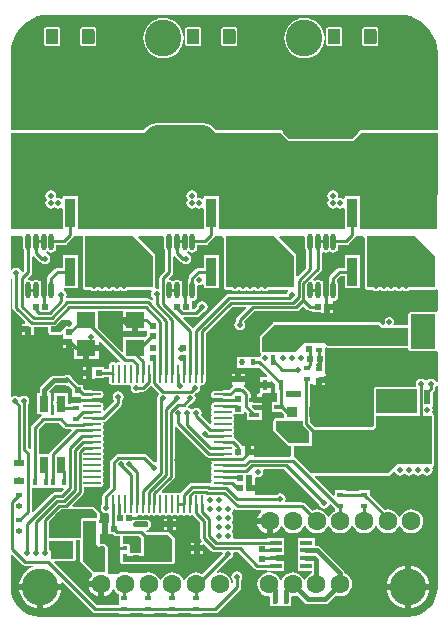
<source format=gbl>
G04 Layer_Physical_Order=4*
G04 Layer_Color=16711680*
%FSAX25Y25*%
%MOIN*%
G70*
G01*
G75*
%ADD10R,0.01969X0.02047*%
%ADD11R,0.02165X0.01772*%
%ADD12R,0.02047X0.01969*%
%ADD14R,0.01772X0.02165*%
%ADD18R,0.02756X0.05118*%
%ADD30R,0.10236X0.03740*%
%ADD31R,0.09843X0.03740*%
%ADD40C,0.01000*%
%ADD41C,0.02000*%
%ADD42C,0.01500*%
%ADD45C,0.12205*%
%ADD47C,0.06300*%
%ADD48C,0.07087*%
%ADD49C,0.02000*%
%ADD55R,0.03200X0.03600*%
%ADD56R,0.22047X0.09606*%
%ADD57R,0.03504X0.09606*%
%ADD58R,0.09055X0.09055*%
%ADD59R,0.01969X0.01772*%
%ADD60R,0.03150X0.05512*%
%ADD61R,0.20866X0.05512*%
%ADD62R,0.02205X0.04701*%
%ADD63R,0.06693X0.03740*%
%ADD64R,0.03347X0.01772*%
%ADD65R,0.01772X0.03347*%
%ADD66R,0.07677X0.04331*%
%ADD67R,0.03937X0.04331*%
%ADD68O,0.01772X0.05512*%
%ADD69R,0.03937X0.01772*%
%ADD70R,0.06300X0.05500*%
%ADD71O,0.00984X0.06102*%
%ADD72O,0.06102X0.00984*%
%ADD73R,0.04331X0.04803*%
%ADD74R,0.03543X0.01969*%
%ADD75R,0.03937X0.06299*%
%ADD76R,0.01772X0.01181*%
%ADD77R,0.16000X0.12500*%
%ADD78O,0.04331X0.07480*%
G36*
X0565699Y0311250D02*
X0569849D01*
Y0310250D01*
X0570849D01*
Y0306500D01*
X0573675D01*
Y0306130D01*
X0573876D01*
Y0304976D01*
X0573199Y0304300D01*
X0565899D01*
Y0299772D01*
X0565437Y0299581D01*
X0557499Y0307519D01*
Y0313074D01*
X0565699D01*
Y0311250D01*
D02*
G37*
G36*
X0669699Y0300500D02*
X0661699D01*
Y0312000D01*
X0669699D01*
Y0300500D01*
D02*
G37*
G36*
X0528874Y0324045D02*
Y0314237D01*
X0528974Y0313730D01*
X0529262Y0313300D01*
X0533214Y0309348D01*
X0533023Y0308886D01*
X0532089D01*
Y0308000D01*
X0534073D01*
Y0307000D01*
X0535073D01*
Y0305114D01*
X0536057D01*
Y0307851D01*
X0540883D01*
Y0306000D01*
X0540945Y0305688D01*
X0541122Y0305423D01*
X0541387Y0305246D01*
X0541699Y0305184D01*
X0544699D01*
X0544699Y0305184D01*
X0545011Y0305246D01*
X0545276Y0305423D01*
X0545276Y0305423D01*
X0545414Y0305561D01*
X0545876Y0305370D01*
Y0304870D01*
X0545676D01*
Y0303886D01*
X0547699D01*
Y0302886D01*
X0548699D01*
Y0300902D01*
X0549399D01*
Y0297000D01*
X0552549D01*
Y0300750D01*
X0553549D01*
Y0301750D01*
X0557699D01*
Y0302917D01*
X0558161Y0303108D01*
X0564687Y0296582D01*
X0564441Y0296121D01*
X0564404Y0296129D01*
X0563900Y0296028D01*
X0563815Y0295972D01*
X0563420Y0295770D01*
X0563024Y0295972D01*
X0562940Y0296028D01*
X0562435Y0296129D01*
X0561931Y0296028D01*
X0561504Y0295743D01*
X0561218Y0295315D01*
X0561118Y0294811D01*
Y0293826D01*
X0559448D01*
Y0294324D01*
X0557722D01*
X0557664Y0294335D01*
X0557605Y0294324D01*
X0556420D01*
Y0294524D01*
X0555435D01*
Y0292500D01*
Y0290476D01*
X0556420D01*
Y0290676D01*
X0557605D01*
X0557664Y0290665D01*
X0557722Y0290676D01*
X0559448D01*
Y0291175D01*
X0561118D01*
Y0289693D01*
X0561218Y0289189D01*
X0561504Y0288761D01*
X0561931Y0288476D01*
X0562435Y0288375D01*
X0562940Y0288476D01*
X0563024Y0288532D01*
X0563420Y0288734D01*
X0563815Y0288532D01*
X0563900Y0288476D01*
X0564404Y0288375D01*
X0564908Y0288476D01*
X0564993Y0288532D01*
X0565388Y0288734D01*
X0565784Y0288532D01*
X0565868Y0288476D01*
X0566372Y0288375D01*
X0566877Y0288476D01*
X0566961Y0288532D01*
X0567357Y0288734D01*
X0567752Y0288532D01*
X0567837Y0288476D01*
X0568038Y0288436D01*
X0568048Y0288431D01*
X0568396Y0287931D01*
X0568401Y0287893D01*
X0568329Y0287534D01*
X0568469Y0286832D01*
X0568867Y0286237D01*
X0569462Y0285839D01*
X0570165Y0285699D01*
X0570867Y0285839D01*
X0571421Y0286209D01*
X0572164D01*
X0572336Y0286175D01*
X0572844Y0286275D01*
X0573274Y0286563D01*
X0574791Y0288080D01*
X0575371Y0287953D01*
X0577913Y0285412D01*
X0577901Y0285298D01*
X0577504Y0284702D01*
X0577498Y0284673D01*
X0577462Y0284637D01*
X0577175Y0284207D01*
X0577074Y0283700D01*
Y0262913D01*
X0576574Y0262601D01*
X0576115Y0262692D01*
X0573769Y0265037D01*
X0573339Y0265325D01*
X0572832Y0265425D01*
X0564229D01*
X0563722Y0265325D01*
X0563292Y0265037D01*
X0561762Y0263507D01*
X0561475Y0263077D01*
X0561374Y0262570D01*
Y0254372D01*
X0559262Y0252260D01*
X0558975Y0251830D01*
X0558874Y0251322D01*
Y0248756D01*
X0558504Y0248202D01*
X0558364Y0247500D01*
X0558504Y0246798D01*
X0558901Y0246202D01*
X0559497Y0245804D01*
X0560199Y0245665D01*
X0560610Y0245746D01*
X0561110Y0245388D01*
Y0242524D01*
X0560585D01*
Y0240500D01*
X0558585D01*
Y0242524D01*
X0557715D01*
Y0243000D01*
X0557676Y0243194D01*
Y0243357D01*
X0557776Y0243423D01*
X0557953Y0243688D01*
X0558015Y0244000D01*
X0558015Y0244901D01*
X0558034Y0245000D01*
X0558015Y0245098D01*
X0558015Y0245500D01*
X0557953Y0245812D01*
X0557776Y0246077D01*
X0557776Y0246077D01*
X0556276Y0247577D01*
X0556011Y0247754D01*
X0555699Y0247816D01*
X0555699Y0247816D01*
X0549043Y0247816D01*
X0548851Y0248278D01*
X0552233Y0251660D01*
X0552521Y0252090D01*
X0552622Y0252597D01*
Y0254200D01*
X0552888Y0254419D01*
X0558006D01*
X0558510Y0254519D01*
X0558938Y0254805D01*
X0559223Y0255232D01*
X0559324Y0255736D01*
X0559223Y0256240D01*
X0559167Y0256325D01*
X0558965Y0256720D01*
X0559167Y0257116D01*
X0559223Y0257201D01*
X0559324Y0257705D01*
X0559223Y0258209D01*
X0559167Y0258293D01*
X0558965Y0258689D01*
X0559167Y0259085D01*
X0559223Y0259169D01*
X0559324Y0259673D01*
X0559223Y0260177D01*
X0559167Y0260262D01*
X0558965Y0260658D01*
X0559167Y0261053D01*
X0559223Y0261138D01*
X0559324Y0261642D01*
X0559223Y0262146D01*
X0559167Y0262230D01*
X0558965Y0262626D01*
X0559167Y0263022D01*
X0559223Y0263106D01*
X0559324Y0263610D01*
X0559223Y0264114D01*
X0559167Y0264199D01*
X0558965Y0264595D01*
X0559167Y0264990D01*
X0559223Y0265075D01*
X0559324Y0265579D01*
X0559223Y0266083D01*
X0559167Y0266167D01*
X0558965Y0266563D01*
X0559167Y0266959D01*
X0559223Y0267043D01*
X0559324Y0267547D01*
X0559223Y0268051D01*
X0559167Y0268136D01*
X0558965Y0268531D01*
X0559167Y0268927D01*
X0559223Y0269012D01*
X0559324Y0269516D01*
X0559223Y0270020D01*
X0559167Y0270104D01*
X0558965Y0270500D01*
X0559167Y0270896D01*
X0559223Y0270980D01*
X0559324Y0271484D01*
X0559223Y0271988D01*
X0559167Y0272073D01*
X0558965Y0272468D01*
X0559167Y0272864D01*
X0559223Y0272949D01*
X0559324Y0273453D01*
X0559223Y0273957D01*
X0559167Y0274041D01*
X0558965Y0274437D01*
X0559167Y0274833D01*
X0559223Y0274917D01*
X0559324Y0275421D01*
X0559223Y0275925D01*
X0559593Y0276164D01*
X0559596Y0276165D01*
X0559596Y0276165D01*
X0560026Y0276452D01*
X0565136Y0281563D01*
X0565424Y0281993D01*
X0565525Y0282500D01*
Y0283244D01*
X0565895Y0283798D01*
X0566034Y0284500D01*
X0565895Y0285202D01*
X0565497Y0285798D01*
X0564901Y0286196D01*
X0564199Y0286335D01*
X0563497Y0286196D01*
X0562901Y0285798D01*
X0562504Y0285202D01*
X0562364Y0284500D01*
X0562504Y0283798D01*
X0562874Y0283244D01*
Y0283049D01*
X0559716Y0279891D01*
X0559243Y0279990D01*
X0559022Y0280455D01*
X0559167Y0280738D01*
X0559223Y0280823D01*
X0559324Y0281327D01*
X0559223Y0281831D01*
X0559055Y0282083D01*
X0559082Y0282220D01*
X0559133Y0282295D01*
X0558883D01*
X0558510Y0282544D01*
X0558006Y0282644D01*
X0555447D01*
Y0283938D01*
X0555487Y0283946D01*
X0558006D01*
X0558510Y0284047D01*
X0558883Y0284295D01*
X0559133D01*
X0559082Y0284371D01*
X0559055Y0284507D01*
X0559223Y0284760D01*
X0559324Y0285264D01*
X0559223Y0285768D01*
X0558938Y0286195D01*
X0558510Y0286481D01*
X0558006Y0286581D01*
X0555488D01*
X0555447Y0286589D01*
X0553087D01*
X0552523Y0287154D01*
Y0288473D01*
X0551100D01*
X0548901Y0290673D01*
X0548895Y0290702D01*
X0548497Y0291298D01*
X0547901Y0291696D01*
X0547199Y0291835D01*
X0546497Y0291696D01*
X0546324Y0291580D01*
X0542699D01*
X0542094Y0291460D01*
X0541582Y0291118D01*
X0538432Y0287968D01*
X0538090Y0287455D01*
X0537969Y0286851D01*
Y0285762D01*
X0537010D01*
Y0278650D01*
X0538464D01*
X0538581Y0278150D01*
X0538262Y0277937D01*
X0535490Y0275166D01*
X0535203Y0274736D01*
X0535102Y0274228D01*
Y0267179D01*
X0534602Y0266972D01*
X0534125Y0267449D01*
Y0281893D01*
X0534395Y0282298D01*
X0534534Y0283000D01*
X0534395Y0283702D01*
X0533997Y0284298D01*
X0533401Y0284696D01*
X0532699Y0284835D01*
X0531997Y0284696D01*
X0531537Y0284389D01*
X0531199Y0284332D01*
X0530861Y0284389D01*
X0530401Y0284696D01*
X0529699Y0284835D01*
X0528997Y0284696D01*
X0528821Y0284578D01*
X0528321Y0284845D01*
Y0323833D01*
X0528821Y0324084D01*
X0528874Y0324045D01*
D02*
G37*
G36*
X0587437Y0245028D02*
X0587522Y0244972D01*
X0588026Y0244871D01*
X0588530Y0244972D01*
X0588647Y0245050D01*
X0589057Y0244969D01*
X0591474Y0242552D01*
Y0237400D01*
X0591574Y0236893D01*
X0591862Y0236463D01*
X0591939Y0236386D01*
X0591732Y0235886D01*
X0591325D01*
Y0235000D01*
X0592309D01*
Y0235308D01*
X0592809Y0235515D01*
X0595162Y0233163D01*
X0595592Y0232875D01*
X0596099Y0232774D01*
X0598508D01*
X0598918Y0232275D01*
X0598874Y0232049D01*
X0592179Y0225354D01*
X0592054Y0225450D01*
X0591093Y0225848D01*
X0590062Y0225984D01*
X0589031Y0225848D01*
X0588070Y0225450D01*
X0587245Y0224817D01*
X0586612Y0223992D01*
X0586383Y0223439D01*
X0585842D01*
X0585612Y0223992D01*
X0584979Y0224817D01*
X0584154Y0225450D01*
X0583193Y0225848D01*
X0582162Y0225984D01*
X0581131Y0225848D01*
X0580170Y0225450D01*
X0579345Y0224817D01*
X0578712Y0223992D01*
X0578483Y0223439D01*
X0577942D01*
X0577712Y0223992D01*
X0577079Y0224817D01*
X0576254Y0225450D01*
X0575293Y0225848D01*
X0574262Y0225984D01*
X0573231Y0225848D01*
X0572723Y0225638D01*
D01*
D01*
D01*
X0572723D01*
X0567829D01*
X0567483Y0225984D01*
X0564683Y0225984D01*
X0564255Y0225556D01*
X0560755D01*
X0560699Y0225500D01*
Y0232800D01*
X0560699Y0234500D01*
X0559679Y0235520D01*
X0557999D01*
Y0238633D01*
X0562566Y0238633D01*
X0563199Y0238000D01*
X0564699D01*
X0564699Y0229500D01*
X0565515Y0228684D01*
X0572298D01*
X0572298Y0228684D01*
X0575101D01*
X0575101Y0228684D01*
X0575298D01*
X0575298Y0228684D01*
X0578101D01*
X0578101Y0228684D01*
X0578298D01*
X0578298Y0228684D01*
X0581101D01*
X0581101Y0228684D01*
X0581298D01*
X0581298Y0228684D01*
X0582199D01*
X0582511Y0228746D01*
X0582776Y0228923D01*
X0582953Y0229188D01*
X0583015Y0229500D01*
Y0230401D01*
X0583034Y0230500D01*
X0583015Y0230598D01*
Y0233401D01*
X0583034Y0233500D01*
X0583015Y0233598D01*
Y0237000D01*
X0583015Y0237000D01*
X0582953Y0237312D01*
X0582776Y0237577D01*
X0581276Y0239077D01*
X0581011Y0239254D01*
X0580699Y0239316D01*
X0580699Y0239316D01*
X0573758D01*
X0573389Y0239684D01*
X0573596Y0240184D01*
X0573699D01*
X0573699Y0240184D01*
X0574011Y0240246D01*
X0574276Y0240423D01*
X0574276Y0240423D01*
X0574776Y0240923D01*
X0574776Y0240923D01*
X0574953Y0241188D01*
X0574953Y0241188D01*
X0574978Y0241313D01*
X0575015Y0241500D01*
X0575015Y0241500D01*
X0575015Y0241902D01*
X0575034Y0242000D01*
X0575015Y0242098D01*
X0575015Y0242500D01*
X0574953Y0242812D01*
X0574776Y0243077D01*
X0574776Y0243077D01*
X0574276Y0243577D01*
X0574276Y0243577D01*
X0574011Y0243754D01*
X0573699Y0243816D01*
X0573699Y0243816D01*
X0573298D01*
X0573199Y0243835D01*
X0573101Y0243816D01*
X0570374Y0243816D01*
X0569964Y0244177D01*
X0569964Y0244541D01*
X0570309Y0244871D01*
X0570814Y0244972D01*
X0570898Y0245028D01*
X0571294Y0245231D01*
X0571689Y0245028D01*
X0571774Y0244972D01*
X0572278Y0244871D01*
X0572782Y0244972D01*
X0572866Y0245028D01*
X0573262Y0245231D01*
X0573658Y0245028D01*
X0573742Y0244972D01*
X0574246Y0244871D01*
X0574751Y0244972D01*
X0574835Y0245028D01*
X0575231Y0245231D01*
X0575626Y0245028D01*
X0575711Y0244972D01*
X0576215Y0244871D01*
X0576719Y0244972D01*
X0576803Y0245028D01*
X0577199Y0245231D01*
X0577595Y0245028D01*
X0577679Y0244972D01*
X0578183Y0244871D01*
X0578687Y0244972D01*
X0578772Y0245028D01*
X0579168Y0245231D01*
X0579563Y0245028D01*
X0579648Y0244972D01*
X0580152Y0244871D01*
X0580656Y0244972D01*
X0580740Y0245028D01*
X0581136Y0245231D01*
X0581532Y0245028D01*
X0581616Y0244972D01*
X0582120Y0244871D01*
X0582624Y0244972D01*
X0582709Y0245028D01*
X0583105Y0245231D01*
X0583500Y0245028D01*
X0583585Y0244972D01*
X0584089Y0244871D01*
X0584593Y0244972D01*
X0584678Y0245028D01*
X0585073Y0245231D01*
X0585469Y0245028D01*
X0585553Y0244972D01*
X0586057Y0244871D01*
X0586561Y0244972D01*
X0586646Y0245028D01*
X0587042Y0245231D01*
X0587437Y0245028D01*
D02*
G37*
G36*
X0574199Y0242500D02*
X0574199Y0241500D01*
X0573699Y0241000D01*
X0569699Y0241000D01*
X0569199Y0241500D01*
X0569199Y0242500D01*
X0569699Y0243000D01*
X0573699Y0243000D01*
X0574199Y0242500D01*
D02*
G37*
G36*
X0652199Y0307500D02*
X0660699D01*
Y0301500D01*
X0634199D01*
X0633199Y0302500D01*
X0626199D01*
X0623199Y0299500D01*
X0612199Y0299500D01*
X0612199Y0304500D01*
X0616199Y0308500D01*
X0651199Y0308500D01*
X0652199Y0307500D01*
D02*
G37*
G36*
X0575699Y0331500D02*
X0575699Y0321000D01*
X0553199Y0321000D01*
Y0338000D01*
X0569199Y0338000D01*
X0575699Y0331500D01*
D02*
G37*
G36*
X0622699D02*
X0622699Y0321000D01*
X0600199Y0321000D01*
Y0338000D01*
X0616199Y0338000D01*
X0622699Y0331500D01*
D02*
G37*
G36*
X0579443Y0337500D02*
Y0334201D01*
X0579573Y0333543D01*
X0579836Y0333150D01*
Y0326511D01*
X0578238Y0324914D01*
X0577951Y0324484D01*
X0577850Y0323976D01*
Y0320832D01*
X0577350Y0320479D01*
X0576928Y0320564D01*
X0576925Y0320563D01*
X0576513Y0320991D01*
X0576515Y0321000D01*
X0576515Y0331500D01*
X0576515Y0331500D01*
X0576453Y0331812D01*
X0576276Y0332077D01*
X0576276Y0332077D01*
X0570815Y0337538D01*
X0571006Y0338000D01*
X0578967D01*
X0579443Y0337500D01*
D02*
G37*
G36*
X0557199Y0245500D02*
X0557199Y0244000D01*
X0552199D01*
X0551699Y0243500D01*
X0551699Y0237500D01*
X0541199D01*
Y0243000D01*
X0545199Y0247000D01*
X0555699Y0247000D01*
X0557199Y0245500D01*
D02*
G37*
G36*
X0548699Y0309500D02*
X0548699Y0308500D01*
X0548199Y0308000D01*
X0546699Y0308000D01*
X0544699Y0306000D01*
X0541699D01*
Y0308000D01*
X0543199D01*
X0545199Y0310000D01*
X0548199Y0310000D01*
X0548699Y0309500D01*
D02*
G37*
G36*
X0668699Y0262000D02*
X0657199D01*
X0654199Y0259000D01*
X0628374Y0259000D01*
X0622699Y0264674D01*
X0622699Y0268000D01*
X0628699Y0268000D01*
X0628699Y0273500D01*
X0649199Y0273500D01*
X0650199Y0274500D01*
Y0278000D01*
X0668699D01*
Y0262000D01*
D02*
G37*
G36*
X0625699Y0276500D02*
X0625699Y0275000D01*
X0627699Y0273000D01*
X0627699Y0269000D01*
X0621199Y0269000D01*
X0616699Y0273500D01*
Y0276500D01*
X0625699Y0276500D01*
D02*
G37*
G36*
X0630874Y0248951D02*
X0631004Y0248298D01*
X0631401Y0247702D01*
X0631997Y0247304D01*
X0632699Y0247165D01*
X0633401Y0247304D01*
X0633997Y0247702D01*
X0634395Y0248298D01*
X0634432Y0248485D01*
X0634975Y0248650D01*
X0636316Y0247308D01*
Y0246543D01*
X0635946Y0246230D01*
X0635408Y0245817D01*
X0634775Y0244992D01*
X0634546Y0244439D01*
X0634004D01*
X0633775Y0244992D01*
X0633142Y0245817D01*
X0632317Y0246450D01*
X0631356Y0246848D01*
X0630325Y0246984D01*
X0629294Y0246848D01*
X0628627Y0246572D01*
X0626262Y0248937D01*
X0625832Y0249225D01*
X0625325Y0249325D01*
X0620154D01*
X0619898Y0249738D01*
X0619900Y0249826D01*
X0620034Y0250500D01*
X0619895Y0251202D01*
X0619497Y0251798D01*
X0618901Y0252196D01*
X0618199Y0252335D01*
X0617497Y0252196D01*
X0616943Y0251825D01*
X0610235D01*
X0609797Y0251976D01*
Y0253000D01*
X0607813D01*
Y0255000D01*
X0609797D01*
Y0255476D01*
Y0257382D01*
X0610297Y0257745D01*
X0610699Y0257665D01*
X0611401Y0257804D01*
X0611997Y0258202D01*
X0612395Y0258798D01*
X0612534Y0259500D01*
X0612480Y0259774D01*
X0612890Y0260275D01*
X0619550D01*
X0630874Y0248951D01*
D02*
G37*
G36*
X0670578Y0288178D02*
Y0221000D01*
X0670590Y0220935D01*
X0670407Y0219069D01*
X0669843Y0217212D01*
X0668929Y0215501D01*
X0667698Y0214001D01*
X0666198Y0212770D01*
X0664487Y0211856D01*
X0662630Y0211293D01*
X0660764Y0211109D01*
X0660699Y0211122D01*
X0538199D01*
X0538134Y0211109D01*
X0536268Y0211293D01*
X0534411Y0211856D01*
X0532700Y0212770D01*
X0531200Y0214001D01*
X0529970Y0215501D01*
X0529055Y0217212D01*
X0528492Y0219069D01*
X0528308Y0220935D01*
X0528321Y0221000D01*
Y0231851D01*
X0528783Y0232042D01*
X0532262Y0228563D01*
X0532692Y0228275D01*
X0533199Y0228174D01*
X0535661D01*
X0535735Y0227675D01*
X0535468Y0227593D01*
X0534234Y0226934D01*
X0533153Y0226046D01*
X0532265Y0224965D01*
X0531606Y0223731D01*
X0531200Y0222392D01*
X0531161Y0222000D01*
X0545237D01*
X0545199Y0222392D01*
X0545178Y0222461D01*
X0545607Y0222718D01*
X0555534Y0212791D01*
X0555964Y0212504D01*
X0556471Y0212403D01*
X0564316D01*
Y0212042D01*
X0568082D01*
Y0212403D01*
X0572316D01*
Y0212042D01*
X0576082D01*
Y0212403D01*
X0580316D01*
Y0212042D01*
X0584082D01*
Y0212403D01*
X0588316D01*
Y0212042D01*
X0592082D01*
Y0212403D01*
X0596427D01*
X0596935Y0212504D01*
X0597365Y0212791D01*
X0604636Y0220063D01*
X0604924Y0220493D01*
X0605025Y0221000D01*
Y0223244D01*
X0605395Y0223798D01*
X0605534Y0224500D01*
X0605395Y0225202D01*
X0604997Y0225798D01*
X0604401Y0226196D01*
X0603699Y0226335D01*
X0602997Y0226196D01*
X0602401Y0225798D01*
X0602004Y0225202D01*
X0601864Y0224500D01*
X0602004Y0223798D01*
X0602374Y0223244D01*
Y0222387D01*
X0601874Y0222354D01*
X0601785Y0223031D01*
X0601386Y0223992D01*
X0600753Y0224817D01*
X0599928Y0225450D01*
X0598967Y0225848D01*
X0597936Y0225984D01*
X0597163Y0225882D01*
X0596930Y0226356D01*
X0600748Y0230174D01*
X0601401Y0230304D01*
X0601997Y0230702D01*
X0602395Y0231298D01*
X0602534Y0232000D01*
X0602480Y0232275D01*
X0602890Y0232774D01*
X0604050D01*
X0609600Y0227224D01*
X0610031Y0226937D01*
X0610538Y0226836D01*
X0613812D01*
Y0226476D01*
X0614354D01*
X0614387Y0225976D01*
X0614043Y0225930D01*
X0613420Y0225848D01*
X0612459Y0225450D01*
X0611634Y0224817D01*
X0611001Y0223992D01*
X0610603Y0223031D01*
X0610467Y0222000D01*
X0610603Y0220969D01*
X0611001Y0220008D01*
X0611634Y0219183D01*
X0612459Y0218550D01*
X0613420Y0218152D01*
X0614451Y0218016D01*
X0614742Y0217761D01*
Y0214617D01*
X0618113D01*
Y0214617D01*
X0618285D01*
Y0214617D01*
X0621657D01*
Y0217725D01*
X0622032Y0218054D01*
X0622325Y0218016D01*
X0623356Y0218152D01*
X0623768Y0218322D01*
X0626208Y0215882D01*
X0626720Y0215540D01*
X0627325Y0215420D01*
X0633099D01*
X0633704Y0215540D01*
X0634217Y0215882D01*
X0636656Y0218322D01*
X0637068Y0218152D01*
X0638099Y0218016D01*
X0639130Y0218152D01*
X0640091Y0218550D01*
X0640916Y0219183D01*
X0641549Y0220008D01*
X0641948Y0220969D01*
X0642083Y0222000D01*
X0641948Y0223031D01*
X0641549Y0223992D01*
X0640916Y0224817D01*
X0640091Y0225450D01*
X0639675Y0225623D01*
X0639559Y0226205D01*
X0639217Y0226717D01*
X0631537Y0234397D01*
X0631024Y0234740D01*
X0630420Y0234860D01*
X0629586D01*
Y0237524D01*
X0624049D01*
Y0234153D01*
Y0231594D01*
Y0229035D01*
Y0226476D01*
X0628619D01*
Y0225621D01*
X0628207Y0225450D01*
X0627382Y0224817D01*
X0626749Y0223992D01*
X0626533Y0223470D01*
X0625991D01*
X0625775Y0223992D01*
X0625142Y0224817D01*
X0624317Y0225450D01*
X0623356Y0225848D01*
X0622325Y0225984D01*
X0621294Y0225848D01*
X0620333Y0225450D01*
X0619508Y0224817D01*
X0618875Y0223992D01*
X0618659Y0223470D01*
X0618118D01*
X0617901Y0223992D01*
X0617268Y0224817D01*
X0616443Y0225450D01*
X0615482Y0225848D01*
X0614859Y0225930D01*
X0614515Y0225976D01*
X0614548Y0226476D01*
X0619349D01*
Y0228835D01*
X0619550D01*
Y0229720D01*
X0619350D01*
Y0229847D01*
X0616581D01*
Y0231593D01*
X0619350D01*
Y0231720D01*
X0619550D01*
Y0232606D01*
X0619349D01*
Y0237524D01*
X0613812D01*
Y0237164D01*
X0602861D01*
X0602468Y0237664D01*
X0602534Y0238000D01*
X0602395Y0238702D01*
X0601997Y0239298D01*
Y0239702D01*
X0602395Y0240298D01*
X0602534Y0241000D01*
X0602395Y0241702D01*
X0601997Y0242298D01*
Y0242702D01*
X0602395Y0243298D01*
X0602534Y0244000D01*
X0602395Y0244702D01*
X0601997Y0245298D01*
Y0245702D01*
X0602395Y0246298D01*
X0602505Y0246850D01*
X0602929Y0247042D01*
X0603016Y0247052D01*
X0603429Y0246775D01*
X0603936Y0246674D01*
X0611727D01*
X0611897Y0246175D01*
X0611617Y0245960D01*
X0610952Y0245093D01*
X0610534Y0244083D01*
X0610523Y0244000D01*
X0614577D01*
Y0243000D01*
X0615577D01*
Y0238946D01*
X0615660Y0238957D01*
X0616670Y0239375D01*
X0617537Y0240040D01*
X0618202Y0240907D01*
X0618352Y0241268D01*
X0618893D01*
X0619001Y0241008D01*
X0619634Y0240183D01*
X0620459Y0239550D01*
X0621420Y0239152D01*
X0622451Y0239016D01*
X0623482Y0239152D01*
X0624443Y0239550D01*
X0625268Y0240183D01*
X0625901Y0241008D01*
X0626118Y0241530D01*
X0626659D01*
X0626875Y0241008D01*
X0627508Y0240183D01*
X0628333Y0239550D01*
X0629294Y0239152D01*
X0630325Y0239016D01*
X0631356Y0239152D01*
X0632317Y0239550D01*
X0633142Y0240183D01*
X0633775Y0241008D01*
X0634004Y0241561D01*
X0634546D01*
X0634775Y0241008D01*
X0635408Y0240183D01*
X0636233Y0239550D01*
X0637194Y0239152D01*
X0638225Y0239016D01*
X0639256Y0239152D01*
X0640217Y0239550D01*
X0641042Y0240183D01*
X0641675Y0241008D01*
X0641904Y0241561D01*
X0642446D01*
X0642675Y0241008D01*
X0643308Y0240183D01*
X0644133Y0239550D01*
X0645094Y0239152D01*
X0646125Y0239016D01*
X0647156Y0239152D01*
X0648117Y0239550D01*
X0648942Y0240183D01*
X0649575Y0241008D01*
X0649765Y0241467D01*
X0650307D01*
X0650497Y0241008D01*
X0651130Y0240183D01*
X0651955Y0239550D01*
X0652916Y0239152D01*
X0653947Y0239016D01*
X0654978Y0239152D01*
X0655939Y0239550D01*
X0656764Y0240183D01*
X0657398Y0241008D01*
X0657614Y0241530D01*
X0658155D01*
X0658371Y0241008D01*
X0659004Y0240183D01*
X0659829Y0239550D01*
X0660790Y0239152D01*
X0661821Y0239016D01*
X0662852Y0239152D01*
X0663813Y0239550D01*
X0664638Y0240183D01*
X0665272Y0241008D01*
X0665669Y0241969D01*
X0665805Y0243000D01*
X0665669Y0244031D01*
X0665272Y0244992D01*
X0664638Y0245817D01*
X0663813Y0246450D01*
X0662852Y0246848D01*
X0661821Y0246984D01*
X0660790Y0246848D01*
X0659829Y0246450D01*
X0659004Y0245817D01*
X0658371Y0244992D01*
X0658155Y0244470D01*
X0657614D01*
X0657398Y0244992D01*
X0656764Y0245817D01*
X0655939Y0246450D01*
X0654978Y0246848D01*
X0653947Y0246984D01*
X0652987Y0246858D01*
X0648082Y0251764D01*
Y0253457D01*
X0644316D01*
Y0253097D01*
X0640082D01*
Y0253457D01*
X0636316D01*
Y0251710D01*
X0635854Y0251519D01*
X0629651Y0257722D01*
X0629843Y0258184D01*
X0654199Y0258184D01*
X0654511Y0258246D01*
X0654776Y0258423D01*
X0655937Y0259584D01*
X0656479Y0259419D01*
X0656504Y0259298D01*
X0656901Y0258702D01*
X0657497Y0258304D01*
X0658199Y0258165D01*
X0658901Y0258304D01*
X0659361Y0258611D01*
X0659699Y0258668D01*
X0660037Y0258611D01*
X0660497Y0258304D01*
X0661199Y0258165D01*
X0661901Y0258304D01*
X0662361Y0258611D01*
X0662699Y0258668D01*
X0663037Y0258611D01*
X0663497Y0258304D01*
X0664199Y0258165D01*
X0664901Y0258304D01*
X0665361Y0258611D01*
X0665699Y0258668D01*
X0666037Y0258611D01*
X0666497Y0258304D01*
X0667199Y0258165D01*
X0667901Y0258304D01*
X0668497Y0258702D01*
X0668895Y0259298D01*
X0669034Y0260000D01*
X0668895Y0260702D01*
X0668888Y0260712D01*
X0668978Y0261102D01*
X0669095Y0261302D01*
X0669276Y0261423D01*
X0669453Y0261688D01*
X0669515Y0262000D01*
Y0278000D01*
X0669453Y0278312D01*
X0669276Y0278577D01*
X0669095Y0278698D01*
X0668978Y0278898D01*
X0668888Y0279288D01*
X0668895Y0279298D01*
X0669034Y0280000D01*
X0668895Y0280702D01*
X0668829Y0280800D01*
X0669096Y0281300D01*
X0669101D01*
Y0286028D01*
X0669301Y0286228D01*
X0669589Y0286658D01*
X0669690Y0287165D01*
Y0287583D01*
X0670060Y0288137D01*
X0670078Y0288227D01*
X0670578Y0288178D01*
D02*
G37*
G36*
X0545749Y0274305D02*
X0546179Y0274018D01*
X0546686Y0273917D01*
X0548503D01*
X0548695Y0273455D01*
X0541490Y0266251D01*
X0541203Y0265821D01*
X0541102Y0265313D01*
Y0265290D01*
X0537753D01*
Y0273679D01*
X0539748Y0275675D01*
X0544380D01*
X0545749Y0274305D01*
D02*
G37*
G36*
X0663699Y0279000D02*
X0650199D01*
Y0287000D01*
X0663699D01*
Y0279000D01*
D02*
G37*
G36*
X0545955Y0253655D02*
X0544925Y0252625D01*
X0543004D01*
X0542497Y0252525D01*
X0542067Y0252237D01*
X0535885Y0246055D01*
X0535719Y0246085D01*
X0535396Y0246274D01*
Y0254117D01*
X0538113D01*
Y0254117D01*
X0538285D01*
Y0254117D01*
X0544113D01*
Y0254117D01*
X0544285D01*
Y0254117D01*
X0545763D01*
X0545955Y0253655D01*
D02*
G37*
G36*
X0633622Y0300923D02*
X0633622Y0300923D01*
X0633887Y0300746D01*
X0634199Y0300684D01*
X0634199Y0300684D01*
X0660699D01*
X0660883Y0300533D01*
Y0300500D01*
X0660946Y0300188D01*
X0661122Y0299923D01*
X0661387Y0299746D01*
X0661699Y0299684D01*
X0662601D01*
X0662699Y0299665D01*
X0662798Y0299684D01*
X0665601D01*
X0665699Y0299665D01*
X0665798Y0299684D01*
X0669699D01*
X0670011Y0299746D01*
X0670078Y0299791D01*
X0670578Y0299543D01*
Y0289501D01*
X0670078Y0289452D01*
X0670060Y0289542D01*
X0669662Y0290137D01*
X0669119Y0290500D01*
X0667609Y0290500D01*
X0667066Y0290137D01*
X0667052Y0290115D01*
X0666552D01*
X0666497Y0290198D01*
X0666045Y0290500D01*
X0664354Y0290500D01*
X0663901Y0290198D01*
X0663504Y0289602D01*
X0663364Y0288900D01*
X0663480Y0288316D01*
X0663275Y0287946D01*
X0663157Y0287816D01*
X0662798D01*
X0662699Y0287835D01*
X0662601Y0287816D01*
X0659798D01*
X0659699Y0287835D01*
X0659601Y0287816D01*
X0656798D01*
X0656699Y0287835D01*
X0656601Y0287816D01*
X0653798D01*
X0653699Y0287835D01*
X0653601Y0287816D01*
X0650199D01*
X0649887Y0287754D01*
X0649622Y0287577D01*
X0649445Y0287312D01*
X0649383Y0287000D01*
Y0279000D01*
X0649445Y0278688D01*
X0649571Y0278500D01*
X0649445Y0278312D01*
X0649383Y0278000D01*
Y0274838D01*
X0648861Y0274316D01*
X0639298Y0274316D01*
X0639199Y0274335D01*
X0639101Y0274316D01*
X0636298Y0274316D01*
X0636199Y0274335D01*
X0636100Y0274316D01*
X0633298D01*
X0633199Y0274335D01*
X0633101Y0274316D01*
X0630298Y0274316D01*
X0630199Y0274335D01*
X0630100Y0274316D01*
X0629814D01*
X0628129Y0276000D01*
X0628125D01*
X0628125Y0283143D01*
Y0288814D01*
X0629082D01*
X0629104Y0288500D01*
X0630199D01*
Y0290203D01*
X0631199D01*
Y0291203D01*
X0633199D01*
Y0291500D01*
X0633282D01*
Y0292089D01*
X0633082D01*
Y0295151D01*
X0633098D01*
Y0298798D01*
X0633082D01*
Y0300811D01*
X0633544Y0301002D01*
X0633622Y0300923D01*
D02*
G37*
G36*
X0593451Y0264641D02*
X0593881Y0264354D01*
X0594388Y0264253D01*
X0594489D01*
X0594899Y0263753D01*
X0594871Y0263610D01*
X0594986Y0263028D01*
X0595316Y0262534D01*
X0595343Y0262398D01*
X0595175Y0262146D01*
X0595075Y0261642D01*
X0595175Y0261138D01*
X0595231Y0261053D01*
X0595434Y0260658D01*
X0595231Y0260262D01*
X0595175Y0260177D01*
X0595075Y0259673D01*
X0595175Y0259169D01*
X0595231Y0259085D01*
X0595434Y0258689D01*
X0595231Y0258293D01*
X0595175Y0258209D01*
X0595075Y0257705D01*
X0595175Y0257201D01*
X0595231Y0257116D01*
X0595434Y0256720D01*
X0595231Y0256325D01*
X0595175Y0256240D01*
X0595135Y0256039D01*
X0594969Y0255917D01*
X0594602Y0255745D01*
X0594200Y0255825D01*
X0588672D01*
X0588165Y0255724D01*
X0587735Y0255436D01*
X0585120Y0252822D01*
X0585098Y0252788D01*
X0584593Y0252524D01*
X0584089Y0252625D01*
X0583585Y0252524D01*
X0583500Y0252468D01*
X0583105Y0252266D01*
X0582709Y0252468D01*
X0582624Y0252524D01*
X0582120Y0252625D01*
X0581616Y0252524D01*
X0581532Y0252468D01*
X0581136Y0252266D01*
X0580740Y0252468D01*
X0580656Y0252524D01*
X0580152Y0252625D01*
X0579648Y0252524D01*
X0579563Y0252468D01*
X0579206Y0252285D01*
X0578753Y0252492D01*
X0578585Y0253011D01*
X0582536Y0256963D01*
X0582824Y0257393D01*
X0582925Y0257900D01*
Y0274460D01*
X0583425Y0274668D01*
X0593451Y0264641D01*
D02*
G37*
G36*
X0546497Y0288304D02*
X0547199Y0288165D01*
X0547583Y0288241D01*
X0548876Y0286949D01*
Y0285445D01*
X0548675D01*
Y0284461D01*
X0550699D01*
Y0282461D01*
X0548675D01*
Y0282457D01*
X0548316D01*
Y0282097D01*
X0547468D01*
Y0285762D01*
X0542719D01*
Y0283473D01*
X0542475Y0283108D01*
X0542374Y0282601D01*
X0542475Y0282093D01*
X0542688Y0281774D01*
X0542703Y0281699D01*
X0542719Y0281675D01*
Y0278650D01*
X0542353Y0278326D01*
X0542125D01*
X0541760Y0278650D01*
Y0285762D01*
X0541290D01*
X0541196Y0286262D01*
X0543354Y0288420D01*
X0546324D01*
X0546497Y0288304D01*
D02*
G37*
G36*
X0625199Y0284500D02*
X0620199D01*
Y0286500D01*
X0625199D01*
Y0284500D01*
D02*
G37*
G36*
X0571699Y0237500D02*
X0571699Y0232500D01*
X0568199D01*
X0568199Y0235000D01*
X0567699Y0235500D01*
X0565699Y0235500D01*
Y0238000D01*
X0571199D01*
X0571699Y0237500D01*
D02*
G37*
G36*
X0577199Y0375000D02*
X0592199Y0375000D01*
X0592199Y0375000D01*
X0592692Y0375000D01*
X0593658Y0374808D01*
X0594567Y0374431D01*
X0595386Y0373884D01*
X0596083Y0373187D01*
X0596542Y0372500D01*
X0617912D01*
X0618384Y0372500D01*
X0618446Y0372188D01*
X0618622Y0371923D01*
X0618622Y0371923D01*
X0620622Y0369923D01*
X0620622Y0369923D01*
X0620887Y0369746D01*
X0621199Y0369684D01*
X0621199Y0369684D01*
X0642199D01*
X0642511Y0369746D01*
X0642776Y0369923D01*
X0642776Y0369923D01*
X0644776Y0371923D01*
X0644953Y0372188D01*
X0645015Y0372500D01*
X0645015Y0372500D01*
X0670578D01*
Y0352046D01*
X0670528Y0351567D01*
X0670528D01*
Y0340500D01*
X0644776D01*
Y0351367D01*
X0639672D01*
Y0350782D01*
X0639172Y0350515D01*
X0638901Y0350696D01*
X0638199Y0350835D01*
X0637900Y0350776D01*
X0637475Y0351201D01*
X0637534Y0351500D01*
X0637395Y0352202D01*
X0636997Y0352798D01*
X0636401Y0353196D01*
X0635699Y0353335D01*
X0634997Y0353196D01*
X0634401Y0352798D01*
X0634004Y0352202D01*
X0633864Y0351500D01*
X0634004Y0350798D01*
X0634370Y0350250D01*
X0634004Y0349702D01*
X0633864Y0349000D01*
X0634004Y0348298D01*
X0634401Y0347702D01*
X0634997Y0347304D01*
X0635699Y0347165D01*
X0636401Y0347304D01*
X0636949Y0347670D01*
X0637497Y0347304D01*
X0638199Y0347165D01*
X0638901Y0347304D01*
X0639172Y0347485D01*
X0639672Y0347218D01*
Y0340500D01*
X0597776D01*
Y0351367D01*
X0592672D01*
Y0350782D01*
X0592172Y0350515D01*
X0591901Y0350696D01*
X0591199Y0350835D01*
X0590900Y0350776D01*
X0590475Y0351201D01*
X0590534Y0351500D01*
X0590395Y0352202D01*
X0589997Y0352798D01*
X0589401Y0353196D01*
X0588699Y0353335D01*
X0587997Y0353196D01*
X0587401Y0352798D01*
X0587004Y0352202D01*
X0586864Y0351500D01*
X0587004Y0350798D01*
X0587369Y0350250D01*
X0587004Y0349702D01*
X0586864Y0349000D01*
X0587004Y0348298D01*
X0587401Y0347702D01*
X0587997Y0347304D01*
X0588699Y0347165D01*
X0589401Y0347304D01*
X0589949Y0347670D01*
X0590497Y0347304D01*
X0591199Y0347165D01*
X0591901Y0347304D01*
X0592172Y0347485D01*
X0592672Y0347218D01*
Y0340500D01*
X0550776D01*
Y0351367D01*
X0545672D01*
Y0350782D01*
X0545172Y0350515D01*
X0544901Y0350696D01*
X0544199Y0350835D01*
X0543900Y0350776D01*
X0543475Y0351201D01*
X0543534Y0351500D01*
X0543395Y0352202D01*
X0542997Y0352798D01*
X0542401Y0353196D01*
X0541699Y0353335D01*
X0540997Y0353196D01*
X0540401Y0352798D01*
X0540004Y0352202D01*
X0539864Y0351500D01*
X0540004Y0350798D01*
X0540370Y0350250D01*
X0540004Y0349702D01*
X0539864Y0349000D01*
X0540004Y0348298D01*
X0540401Y0347702D01*
X0540997Y0347304D01*
X0541699Y0347165D01*
X0542401Y0347304D01*
X0542949Y0347670D01*
X0543497Y0347304D01*
X0544199Y0347165D01*
X0544901Y0347304D01*
X0545172Y0347485D01*
X0545672Y0347218D01*
Y0340500D01*
X0528321D01*
Y0354542D01*
D01*
X0528321Y0360878D01*
Y0363458D01*
X0528321D01*
Y0372500D01*
X0572856D01*
X0573315Y0373187D01*
X0574012Y0373884D01*
X0574831Y0374431D01*
X0575741Y0374808D01*
X0576707Y0375000D01*
X0577199Y0375000D01*
D02*
G37*
G36*
X0646383Y0337500D02*
Y0321000D01*
X0646446Y0320688D01*
X0646622Y0320423D01*
X0646887Y0320246D01*
X0647199Y0320184D01*
X0648928D01*
X0649497Y0319804D01*
X0650199Y0319665D01*
X0650901Y0319804D01*
X0651449Y0320170D01*
X0651997Y0319804D01*
X0652699Y0319665D01*
X0653401Y0319804D01*
X0653949Y0320170D01*
X0654497Y0319804D01*
X0655199Y0319665D01*
X0655901Y0319804D01*
X0656449Y0320170D01*
X0656997Y0319804D01*
X0657699Y0319665D01*
X0658401Y0319804D01*
X0658949Y0320170D01*
X0659497Y0319804D01*
X0660199Y0319665D01*
X0660901Y0319804D01*
X0661470Y0320184D01*
X0669699D01*
X0670011Y0320246D01*
X0670078Y0320291D01*
X0670578Y0320043D01*
Y0312957D01*
X0670078Y0312709D01*
X0670011Y0312754D01*
X0669699Y0312816D01*
X0661699D01*
X0661387Y0312754D01*
X0661122Y0312577D01*
X0660946Y0312312D01*
X0660883Y0312000D01*
Y0310598D01*
X0660864Y0310500D01*
X0660883Y0310402D01*
Y0308467D01*
X0660699Y0308316D01*
X0656034D01*
X0655783Y0308816D01*
X0655943Y0309202D01*
X0655943Y0309500D01*
X0655943Y0309798D01*
X0655715Y0310350D01*
X0655293Y0310772D01*
X0654742Y0311000D01*
X0654443Y0311000D01*
X0654145Y0311000D01*
X0653986Y0310934D01*
X0653593Y0310772D01*
X0653172Y0310350D01*
X0652943Y0309798D01*
X0652943Y0309500D01*
X0652943Y0309202D01*
X0653038Y0308973D01*
X0652770Y0308496D01*
X0652400Y0308453D01*
X0651776Y0309077D01*
X0651511Y0309254D01*
X0651199Y0309316D01*
X0651199Y0309316D01*
X0616199Y0309316D01*
X0616199Y0309316D01*
X0615887Y0309254D01*
X0615622Y0309077D01*
X0615622Y0309077D01*
X0611622Y0305077D01*
X0611622Y0305077D01*
X0611446Y0304812D01*
X0611383Y0304500D01*
X0611383Y0304500D01*
Y0303598D01*
X0611364Y0303500D01*
X0611383Y0303401D01*
X0611383Y0300599D01*
X0611364Y0300500D01*
X0611383Y0300401D01*
Y0299500D01*
X0611446Y0299188D01*
X0611622Y0298923D01*
X0611706Y0298505D01*
X0611504Y0298202D01*
X0611431Y0297836D01*
X0611340Y0297769D01*
X0610804Y0297647D01*
X0610657Y0297740D01*
Y0297883D01*
X0607613D01*
X0607285Y0297883D01*
X0606785Y0297883D01*
X0603742D01*
Y0296717D01*
X0603732Y0296702D01*
X0603592Y0296000D01*
X0603732Y0295298D01*
X0603742Y0295283D01*
Y0294117D01*
X0606785D01*
X0607113Y0294117D01*
X0607613Y0294117D01*
X0610657D01*
Y0294117D01*
X0611035Y0294274D01*
X0613827Y0291482D01*
X0613636Y0291020D01*
X0611254D01*
Y0289347D01*
X0615026D01*
Y0289629D01*
X0615488Y0289821D01*
X0616572Y0288736D01*
Y0285873D01*
X0616933D01*
Y0282686D01*
X0615379D01*
Y0279314D01*
X0618648D01*
X0619559Y0278403D01*
Y0277316D01*
X0618298Y0277316D01*
X0618199Y0277335D01*
X0618101Y0277316D01*
X0616699D01*
X0616387Y0277254D01*
X0616122Y0277077D01*
X0615945Y0276812D01*
X0615883Y0276500D01*
Y0273500D01*
X0615883Y0273500D01*
X0615945Y0273188D01*
X0616122Y0272923D01*
X0616122Y0272923D01*
X0620622Y0268423D01*
X0620622Y0268423D01*
X0620887Y0268246D01*
X0621199Y0268184D01*
X0621199Y0268184D01*
X0621732D01*
X0621883Y0268000D01*
X0621883Y0265025D01*
X0621445Y0264526D01*
X0609298D01*
Y0265000D01*
X0607313D01*
Y0266000D01*
X0606313D01*
Y0268024D01*
X0605383D01*
X0605309Y0268393D01*
X0605022Y0268823D01*
X0603392Y0270453D01*
X0603105Y0270645D01*
X0602727Y0270980D01*
X0602828Y0271484D01*
X0602727Y0271988D01*
X0602671Y0272073D01*
X0602469Y0272468D01*
X0602671Y0272864D01*
X0602727Y0272949D01*
X0602828Y0273453D01*
X0602727Y0273957D01*
X0602671Y0274041D01*
X0602469Y0274437D01*
X0602671Y0274833D01*
X0602727Y0274917D01*
X0602828Y0275421D01*
X0602727Y0275925D01*
X0602671Y0276010D01*
X0602469Y0276406D01*
X0602671Y0276801D01*
X0602727Y0276886D01*
X0602828Y0277390D01*
X0602727Y0277894D01*
X0602671Y0277978D01*
X0602530Y0278254D01*
X0602719Y0278630D01*
X0602760Y0278676D01*
X0603943D01*
X0604199Y0278625D01*
X0604456Y0278676D01*
X0606023D01*
Y0279436D01*
X0606485Y0279627D01*
X0607072Y0279040D01*
Y0276755D01*
X0612019D01*
Y0280127D01*
X0609734D01*
X0608650Y0281211D01*
X0608841Y0281673D01*
X0612219D01*
Y0282559D01*
X0609546D01*
Y0283559D01*
X0608546D01*
Y0285445D01*
X0608507D01*
X0608025Y0285500D01*
X0607924Y0286007D01*
X0607636Y0286437D01*
X0606408Y0287666D01*
X0606082Y0287884D01*
Y0288386D01*
X0606282D01*
Y0289272D01*
X0604199D01*
X0602116D01*
Y0288386D01*
X0602316D01*
Y0287884D01*
X0601990Y0287666D01*
X0600914Y0286589D01*
X0598951D01*
X0598911Y0286581D01*
X0596392D01*
X0595888Y0286481D01*
X0595461Y0286195D01*
X0595175Y0285768D01*
X0595075Y0285264D01*
X0595175Y0284760D01*
X0595343Y0284507D01*
X0595316Y0284371D01*
X0595266Y0284295D01*
X0595515D01*
X0595888Y0284046D01*
X0596392Y0283946D01*
X0598911D01*
X0598951Y0283938D01*
Y0282652D01*
X0598911Y0282644D01*
X0596392D01*
X0595888Y0282544D01*
X0595515Y0282295D01*
X0595266D01*
X0595316Y0282220D01*
X0595343Y0282083D01*
X0595175Y0281831D01*
X0595075Y0281327D01*
X0595175Y0280823D01*
X0595231Y0280738D01*
X0595434Y0280343D01*
X0595231Y0279947D01*
X0595175Y0279862D01*
X0595075Y0279358D01*
X0595175Y0278854D01*
X0595231Y0278770D01*
X0595434Y0278374D01*
X0595231Y0277978D01*
X0595175Y0277894D01*
X0595075Y0277390D01*
X0595175Y0276886D01*
X0595231Y0276801D01*
X0595434Y0276406D01*
X0595231Y0276010D01*
X0595175Y0275925D01*
X0595122Y0275659D01*
X0594592Y0275482D01*
X0591847Y0278226D01*
X0591895Y0278298D01*
X0592034Y0279000D01*
X0591895Y0279702D01*
X0591497Y0280298D01*
X0590901Y0280696D01*
X0590199Y0280835D01*
X0589497Y0280696D01*
X0589037Y0280389D01*
X0588699Y0280332D01*
X0588361Y0280389D01*
X0587901Y0280696D01*
X0587547Y0280766D01*
X0587382Y0281309D01*
X0588248Y0282174D01*
X0588901Y0282304D01*
X0589497Y0282702D01*
X0589895Y0283298D01*
X0590034Y0284000D01*
X0589895Y0284702D01*
X0589531Y0285247D01*
X0589696Y0285556D01*
X0589794Y0285684D01*
X0590401Y0285804D01*
X0590997Y0286202D01*
X0591395Y0286798D01*
X0591534Y0287500D01*
X0591441Y0287969D01*
X0591805Y0288393D01*
X0591826Y0288403D01*
X0591963Y0288375D01*
X0592467Y0288476D01*
X0592895Y0288761D01*
X0593180Y0289189D01*
X0593280Y0289693D01*
Y0292212D01*
X0593288Y0292252D01*
Y0305715D01*
X0602148Y0314575D01*
X0606746D01*
X0606937Y0314113D01*
X0603762Y0310937D01*
X0603475Y0310507D01*
X0603374Y0310000D01*
Y0309756D01*
X0603004Y0309202D01*
X0602864Y0308500D01*
X0603004Y0307798D01*
X0603401Y0307202D01*
X0603997Y0306804D01*
X0604699Y0306665D01*
X0605401Y0306804D01*
X0605997Y0307202D01*
X0606395Y0307798D01*
X0606534Y0308500D01*
X0606395Y0309202D01*
X0606147Y0309573D01*
X0609548Y0312975D01*
X0623474D01*
X0623981Y0313075D01*
X0624411Y0313363D01*
X0625899Y0314851D01*
X0627187Y0313563D01*
X0627618Y0313275D01*
X0628125Y0313175D01*
X0628801D01*
Y0312676D01*
X0631829D01*
Y0312476D01*
X0632813D01*
Y0314500D01*
X0633813D01*
Y0315500D01*
X0635798D01*
Y0316306D01*
X0635839Y0316340D01*
X0636496Y0316471D01*
X0637054Y0316844D01*
X0637427Y0317401D01*
X0637557Y0318059D01*
Y0321799D01*
X0637427Y0322457D01*
X0637164Y0322850D01*
Y0323590D01*
X0638484Y0324911D01*
X0639672D01*
Y0320633D01*
X0644776D01*
Y0331839D01*
X0639672D01*
Y0327562D01*
X0637935D01*
X0637428Y0327461D01*
X0636998Y0327173D01*
X0634901Y0325077D01*
X0634614Y0324647D01*
X0634513Y0324139D01*
Y0323773D01*
X0634279Y0323649D01*
Y0322501D01*
X0634250Y0322457D01*
X0634120Y0321799D01*
Y0319929D01*
X0632440D01*
Y0321799D01*
X0632309Y0322457D01*
X0632279Y0322501D01*
Y0323399D01*
X0631920Y0323159D01*
X0631858Y0323066D01*
X0631378Y0323387D01*
X0630721Y0323518D01*
X0630063Y0323387D01*
X0629832Y0323233D01*
X0629660Y0323151D01*
X0629285Y0323354D01*
X0629217Y0323881D01*
X0631636Y0326300D01*
X0631924Y0326730D01*
X0632025Y0327237D01*
X0632025Y0327237D01*
Y0332410D01*
X0632525Y0332678D01*
X0632622Y0332613D01*
X0633280Y0332482D01*
X0633937Y0332613D01*
X0634168Y0332767D01*
X0634559Y0332955D01*
X0634950Y0332767D01*
X0635181Y0332613D01*
X0635839Y0332482D01*
X0636496Y0332613D01*
X0637054Y0332985D01*
X0637427Y0333543D01*
X0637557Y0334201D01*
Y0335139D01*
X0640164D01*
X0640671Y0335240D01*
X0641101Y0335527D01*
X0643162Y0337588D01*
X0643437Y0338000D01*
X0645883D01*
X0646383Y0337500D01*
D02*
G37*
G36*
X0551483Y0229900D02*
X0551545Y0229588D01*
X0551722Y0229323D01*
X0551722Y0229323D01*
X0555498Y0225547D01*
X0555545Y0225057D01*
X0555507Y0224899D01*
X0554889Y0224093D01*
X0554471Y0223083D01*
X0554460Y0223000D01*
X0558514D01*
Y0222000D01*
X0559514D01*
Y0217946D01*
X0559597Y0217957D01*
X0560607Y0218375D01*
X0561474Y0219040D01*
X0562139Y0219907D01*
X0562289Y0220268D01*
X0562830D01*
X0562938Y0220008D01*
X0563571Y0219183D01*
X0564316Y0218611D01*
Y0215586D01*
X0564316D01*
Y0215554D01*
X0563979Y0215054D01*
X0557020D01*
X0542851Y0229222D01*
X0543043Y0229684D01*
X0549199Y0229684D01*
X0549511Y0229746D01*
X0549776Y0229923D01*
X0549953Y0230188D01*
X0550015Y0230500D01*
X0550015Y0236500D01*
X0550166Y0236684D01*
X0551483D01*
Y0229900D01*
D02*
G37*
G36*
X0556899Y0243000D02*
X0556899Y0235300D01*
X0557699Y0234500D01*
X0559699Y0234500D01*
Y0226000D01*
X0556199D01*
X0552299Y0229900D01*
Y0243000D01*
X0556899Y0243000D01*
D02*
G37*
G36*
X0582199Y0237000D02*
Y0229500D01*
X0565699D01*
Y0231500D01*
X0572699D01*
Y0238500D01*
X0580699D01*
X0582199Y0237000D01*
D02*
G37*
G36*
X0549199Y0236500D02*
X0549199Y0230500D01*
X0541699Y0230500D01*
X0541699Y0233000D01*
X0541199Y0233500D01*
Y0236500D01*
X0549199Y0236500D01*
D02*
G37*
G36*
X0552383Y0321000D02*
X0552446Y0320688D01*
X0552622Y0320423D01*
X0552887Y0320246D01*
X0553199Y0320184D01*
X0554928D01*
X0555497Y0319804D01*
X0556199Y0319665D01*
X0556901Y0319804D01*
X0557449Y0320170D01*
X0557997Y0319804D01*
X0558699Y0319665D01*
X0559401Y0319804D01*
X0559949Y0320170D01*
X0560497Y0319804D01*
X0561199Y0319665D01*
X0561901Y0319804D01*
X0562449Y0320170D01*
X0562997Y0319804D01*
X0563699Y0319665D01*
X0564401Y0319804D01*
X0564949Y0320170D01*
X0565497Y0319804D01*
X0566199Y0319665D01*
X0566901Y0319804D01*
X0567470Y0320184D01*
X0575134D01*
X0575401Y0319684D01*
X0575232Y0319431D01*
X0575092Y0318728D01*
X0575232Y0318026D01*
X0575602Y0317472D01*
Y0316888D01*
X0575140Y0316696D01*
X0574899Y0316937D01*
X0574469Y0317225D01*
X0573962Y0317325D01*
X0547181D01*
X0547084Y0317427D01*
X0546886Y0317785D01*
X0546895Y0317798D01*
X0547034Y0318500D01*
X0546895Y0319202D01*
X0546497Y0319798D01*
X0545995Y0320133D01*
X0546065Y0320600D01*
X0546078Y0320633D01*
X0550776D01*
Y0331839D01*
X0545672D01*
Y0327562D01*
X0543935D01*
X0543428Y0327461D01*
X0542998Y0327173D01*
X0540901Y0325077D01*
X0540614Y0324647D01*
X0540513Y0324139D01*
Y0323773D01*
X0540279Y0323649D01*
Y0322501D01*
X0540250Y0322457D01*
X0540120Y0321799D01*
Y0319929D01*
X0538440D01*
Y0321799D01*
X0538309Y0322457D01*
X0538279Y0322501D01*
Y0323399D01*
X0537920Y0323159D01*
X0537858Y0323066D01*
X0537378Y0323387D01*
X0536721Y0323518D01*
X0536063Y0323387D01*
X0535832Y0323233D01*
X0535441Y0323045D01*
X0535050Y0323233D01*
X0534819Y0323387D01*
X0534276Y0323495D01*
X0534110Y0323823D01*
X0534079Y0324006D01*
X0535099Y0325025D01*
X0535386Y0325455D01*
X0535487Y0325962D01*
Y0331205D01*
X0535987Y0331413D01*
X0537837Y0329563D01*
X0538267Y0329275D01*
X0538366Y0329256D01*
X0538401Y0329202D01*
X0538997Y0328804D01*
X0539699Y0328665D01*
X0540401Y0328804D01*
X0540997Y0329202D01*
X0541395Y0329798D01*
X0541534Y0330500D01*
X0541395Y0331202D01*
X0540997Y0331798D01*
X0540401Y0332196D01*
X0540256Y0332224D01*
X0540160Y0332708D01*
X0540580Y0332945D01*
X0540950Y0332767D01*
X0541181Y0332613D01*
X0541839Y0332482D01*
X0542496Y0332613D01*
X0543054Y0332985D01*
X0543427Y0333543D01*
X0543557Y0334201D01*
Y0335139D01*
X0546164D01*
X0546671Y0335240D01*
X0547101Y0335527D01*
X0549162Y0337588D01*
X0549437Y0338000D01*
X0552383D01*
Y0321000D01*
D02*
G37*
G36*
X0532443Y0337500D02*
Y0334201D01*
X0532573Y0333543D01*
X0532836Y0333150D01*
Y0326511D01*
X0532463Y0326138D01*
X0531920Y0326303D01*
X0531895Y0326431D01*
X0531497Y0327026D01*
X0530901Y0327424D01*
X0530199Y0327564D01*
X0529497Y0327424D01*
X0528901Y0327026D01*
X0528821Y0326905D01*
X0528321Y0327057D01*
Y0338000D01*
X0531967D01*
X0532443Y0337500D01*
D02*
G37*
G36*
X0659716Y0411731D02*
X0661682Y0411259D01*
X0663551Y0410485D01*
X0665275Y0409428D01*
X0666814Y0408114D01*
X0668127Y0406576D01*
X0669184Y0404852D01*
X0669958Y0402983D01*
X0670430Y0401016D01*
X0670586Y0399041D01*
X0670578Y0399000D01*
Y0373316D01*
X0645015D01*
X0644936Y0373300D01*
X0644856D01*
X0644808Y0373280D01*
X0644757Y0373274D01*
X0644731Y0373259D01*
X0644703Y0373254D01*
X0644636Y0373209D01*
X0644562Y0373178D01*
X0644525Y0373142D01*
X0644480Y0373116D01*
X0644462Y0373093D01*
X0644438Y0373077D01*
X0644393Y0373010D01*
X0644337Y0372953D01*
X0644317Y0372905D01*
X0644285Y0372865D01*
X0644277Y0372836D01*
X0644261Y0372812D01*
X0644246Y0372733D01*
X0644215Y0372659D01*
X0644199Y0372580D01*
Y0372500D01*
X0644142Y0372443D01*
X0644142Y0372443D01*
X0643199Y0371500D01*
D01*
X0642199Y0370500D01*
X0621199D01*
X0619199Y0372500D01*
Y0372580D01*
X0619183Y0372659D01*
X0619153Y0372733D01*
X0619137Y0372812D01*
X0619093Y0372879D01*
X0619062Y0372953D01*
X0619005Y0373010D01*
X0618960Y0373077D01*
X0618893Y0373121D01*
X0618837Y0373178D01*
X0618762Y0373209D01*
X0618696Y0373253D01*
X0618617Y0373269D01*
X0618543Y0373300D01*
X0618462D01*
X0618384Y0373316D01*
X0617913Y0373316D01*
X0617913Y0373316D01*
X0617912Y0373316D01*
X0596778D01*
X0596623Y0373548D01*
X0596568Y0373585D01*
X0596542Y0373647D01*
X0595846Y0374343D01*
X0595784Y0374368D01*
X0595747Y0374424D01*
X0594928Y0374971D01*
X0594863Y0374984D01*
X0594816Y0375031D01*
X0593906Y0375408D01*
X0593840D01*
X0593784Y0375445D01*
X0592818Y0375637D01*
X0592753Y0375624D01*
X0592692Y0375649D01*
X0592199Y0375649D01*
X0592199Y0375649D01*
X0577199Y0375649D01*
X0576707Y0375649D01*
X0576645Y0375624D01*
X0576580Y0375637D01*
X0575614Y0375445D01*
X0575559Y0375408D01*
X0575492D01*
X0574582Y0375031D01*
X0574535Y0374984D01*
X0574470Y0374971D01*
X0573651Y0374424D01*
X0573614Y0374369D01*
X0573553Y0374343D01*
X0572856Y0373647D01*
X0572831Y0373585D01*
X0572775Y0373548D01*
X0572620Y0373316D01*
X0528321D01*
Y0381515D01*
X0528321Y0396000D01*
X0528321D01*
Y0399000D01*
X0528313Y0399041D01*
X0528468Y0401016D01*
X0528940Y0402983D01*
X0529714Y0404852D01*
X0530771Y0406576D01*
X0532085Y0408114D01*
X0533623Y0409428D01*
X0535347Y0410485D01*
X0537216Y0411259D01*
X0539183Y0411731D01*
X0541158Y0411887D01*
X0541199Y0411878D01*
X0657699D01*
X0657740Y0411887D01*
X0659716Y0411731D01*
D02*
G37*
G36*
X0669699Y0331500D02*
X0669699Y0321000D01*
X0647199Y0321000D01*
Y0338000D01*
X0663199Y0338000D01*
X0669699Y0331500D01*
D02*
G37*
G36*
X0626443Y0337500D02*
Y0334201D01*
X0626573Y0333543D01*
X0626836Y0333150D01*
Y0327511D01*
X0623977Y0324652D01*
X0623515Y0324844D01*
X0623515Y0331500D01*
X0623515Y0331500D01*
X0623453Y0331812D01*
X0623276Y0332077D01*
X0623276Y0332077D01*
X0617815Y0337538D01*
X0618006Y0338000D01*
X0625967D01*
X0626443Y0337500D01*
D02*
G37*
G36*
X0599383Y0337500D02*
Y0321000D01*
X0599445Y0320688D01*
X0599622Y0320423D01*
X0599887Y0320246D01*
X0600199Y0320184D01*
X0601928D01*
X0602497Y0319804D01*
X0603199Y0319665D01*
X0603901Y0319804D01*
X0604449Y0320170D01*
X0604997Y0319804D01*
X0605699Y0319665D01*
X0606401Y0319804D01*
X0606949Y0320170D01*
X0607497Y0319804D01*
X0608199Y0319665D01*
X0608901Y0319804D01*
X0609449Y0320170D01*
X0609997Y0319804D01*
X0610699Y0319665D01*
X0611401Y0319804D01*
X0611949Y0320170D01*
X0612497Y0319804D01*
X0613199Y0319665D01*
X0613901Y0319804D01*
X0614470Y0320184D01*
X0620648D01*
X0620826Y0319684D01*
X0620504Y0319202D01*
X0620429Y0318826D01*
X0600936D01*
X0600429Y0318725D01*
X0599999Y0318437D01*
X0589057Y0307495D01*
X0588620Y0307741D01*
X0585773Y0310589D01*
X0585964Y0311051D01*
X0590075D01*
X0590583Y0311152D01*
X0591013Y0311439D01*
X0592248Y0312674D01*
X0592901Y0312804D01*
X0593497Y0313202D01*
X0593895Y0313798D01*
X0594034Y0314500D01*
X0593895Y0315202D01*
X0593497Y0315798D01*
X0592901Y0316196D01*
X0592199Y0316335D01*
X0591497Y0316196D01*
X0590901Y0315798D01*
X0590504Y0315202D01*
X0590374Y0314549D01*
X0589527Y0313702D01*
X0588798D01*
Y0316306D01*
X0588839Y0316340D01*
X0589496Y0316471D01*
X0590054Y0316844D01*
X0590427Y0317401D01*
X0590557Y0318059D01*
Y0321398D01*
X0590944Y0321715D01*
X0591199Y0321665D01*
X0591901Y0321804D01*
X0592172Y0321986D01*
X0592672Y0321718D01*
Y0320633D01*
X0597776D01*
Y0331839D01*
X0592672D01*
Y0327562D01*
X0590935D01*
X0590428Y0327461D01*
X0589998Y0327173D01*
X0587901Y0325077D01*
X0587614Y0324647D01*
X0587513Y0324139D01*
Y0323773D01*
X0587280Y0323649D01*
Y0322501D01*
X0587250Y0322457D01*
X0587119Y0321799D01*
Y0319929D01*
X0585439D01*
Y0321799D01*
X0585309Y0322457D01*
X0585280Y0322501D01*
Y0323399D01*
X0584920Y0323159D01*
X0584858Y0323066D01*
X0584378Y0323387D01*
X0583720Y0323518D01*
X0583063Y0323387D01*
X0582832Y0323233D01*
X0582441Y0323045D01*
X0582050Y0323233D01*
X0581819Y0323387D01*
X0581276Y0323495D01*
X0581110Y0323823D01*
X0581079Y0324006D01*
X0582099Y0325025D01*
X0582386Y0325455D01*
X0582487Y0325962D01*
Y0331205D01*
X0582987Y0331413D01*
X0584837Y0329563D01*
X0585267Y0329275D01*
X0585366Y0329256D01*
X0585401Y0329202D01*
X0585997Y0328804D01*
X0586699Y0328665D01*
X0587401Y0328804D01*
X0587997Y0329202D01*
X0588395Y0329798D01*
X0588534Y0330500D01*
X0588395Y0331202D01*
X0587997Y0331798D01*
X0587401Y0332196D01*
X0587256Y0332224D01*
X0587160Y0332708D01*
X0587579Y0332945D01*
X0587950Y0332767D01*
X0588181Y0332613D01*
X0588839Y0332482D01*
X0589496Y0332613D01*
X0590054Y0332985D01*
X0590427Y0333543D01*
X0590557Y0334201D01*
Y0335139D01*
X0593164D01*
X0593671Y0335240D01*
X0594101Y0335527D01*
X0596162Y0337588D01*
X0596437Y0338000D01*
X0598883D01*
X0599383Y0337500D01*
D02*
G37*
%LPC*%
G36*
X0568849Y0309250D02*
X0565699D01*
Y0306500D01*
X0568849D01*
Y0309250D01*
D02*
G37*
G36*
X0553435Y0291500D02*
X0552451D01*
Y0290476D01*
X0553435D01*
Y0291500D01*
D02*
G37*
G36*
X0546699Y0301886D02*
X0545676D01*
Y0300902D01*
X0546699D01*
Y0301886D01*
D02*
G37*
G36*
X0533073Y0306000D02*
X0532089D01*
Y0305114D01*
X0533073D01*
Y0306000D01*
D02*
G37*
G36*
X0557699Y0299750D02*
X0554549D01*
Y0297000D01*
X0557699D01*
Y0299750D01*
D02*
G37*
G36*
X0553435Y0294524D02*
X0552451D01*
Y0293500D01*
X0553435D01*
Y0294524D01*
D02*
G37*
G36*
X0580325Y0241000D02*
X0579341D01*
Y0240114D01*
X0580325D01*
Y0241000D01*
D02*
G37*
G36*
X0583309D02*
X0582325D01*
Y0240114D01*
X0583309D01*
Y0241000D01*
D02*
G37*
G36*
X0589325Y0235886D02*
X0588341D01*
Y0235000D01*
X0589325D01*
Y0235886D01*
D02*
G37*
G36*
X0580325Y0243886D02*
X0579341D01*
Y0243000D01*
X0580325D01*
Y0243886D01*
D02*
G37*
G36*
X0583309D02*
X0582325D01*
Y0243000D01*
X0583309D01*
Y0243886D01*
D02*
G37*
G36*
X0592309Y0233000D02*
X0591325D01*
Y0232114D01*
X0592309D01*
Y0233000D01*
D02*
G37*
G36*
X0589325D02*
X0588341D01*
Y0232114D01*
X0589325D01*
Y0233000D01*
D02*
G37*
G36*
X0659699Y0228038D02*
X0659307Y0228000D01*
X0657968Y0227593D01*
X0656734Y0226934D01*
X0655653Y0226046D01*
X0654765Y0224965D01*
X0654106Y0223731D01*
X0653699Y0222392D01*
X0653661Y0222000D01*
X0659699D01*
Y0228038D01*
D02*
G37*
G36*
X0545237Y0220000D02*
X0539199D01*
Y0213962D01*
X0539591Y0214000D01*
X0540930Y0214406D01*
X0542164Y0215066D01*
X0543246Y0215954D01*
X0544133Y0217035D01*
X0544793Y0218269D01*
X0545199Y0219608D01*
X0545237Y0220000D01*
D02*
G37*
G36*
X0537199D02*
X0531161D01*
X0531200Y0219608D01*
X0531606Y0218269D01*
X0532265Y0217035D01*
X0533153Y0215954D01*
X0534234Y0215066D01*
X0535468Y0214406D01*
X0536807Y0214000D01*
X0537199Y0213962D01*
Y0220000D01*
D02*
G37*
G36*
X0667737D02*
X0661699D01*
Y0213962D01*
X0662091Y0214000D01*
X0663430Y0214406D01*
X0664664Y0215066D01*
X0665746Y0215954D01*
X0666633Y0217035D01*
X0667293Y0218269D01*
X0667699Y0219608D01*
X0667737Y0220000D01*
D02*
G37*
G36*
X0659699D02*
X0653661D01*
X0653699Y0219608D01*
X0654106Y0218269D01*
X0654765Y0217035D01*
X0655653Y0215954D01*
X0656734Y0215066D01*
X0657968Y0214406D01*
X0659307Y0214000D01*
X0659699Y0213962D01*
Y0220000D01*
D02*
G37*
G36*
X0661699Y0228038D02*
Y0222000D01*
X0667737D01*
X0667699Y0222392D01*
X0667293Y0223731D01*
X0666633Y0224965D01*
X0665746Y0226046D01*
X0664664Y0226934D01*
X0663430Y0227593D01*
X0662091Y0228000D01*
X0661699Y0228038D01*
D02*
G37*
G36*
X0613577Y0242000D02*
X0610523D01*
X0610534Y0241917D01*
X0610952Y0240907D01*
X0611617Y0240040D01*
X0612484Y0239375D01*
X0613494Y0238957D01*
X0613577Y0238946D01*
Y0242000D01*
D02*
G37*
G36*
X0633199Y0289203D02*
X0632199D01*
Y0288500D01*
X0633199D01*
Y0289203D01*
D02*
G37*
G36*
X0635798Y0313500D02*
X0634813D01*
Y0312476D01*
X0635798D01*
Y0313500D01*
D02*
G37*
G36*
X0603199Y0292158D02*
X0602116D01*
Y0291272D01*
X0603199D01*
Y0292158D01*
D02*
G37*
G36*
X0609298Y0268024D02*
X0608313D01*
Y0267000D01*
X0609298D01*
Y0268024D01*
D02*
G37*
G36*
X0615026Y0287347D02*
X0611254D01*
Y0285673D01*
X0610849Y0285445D01*
X0610546D01*
Y0284559D01*
X0612219D01*
Y0285445D01*
X0612624Y0285673D01*
X0615026D01*
Y0287347D01*
D02*
G37*
G36*
X0606282Y0292158D02*
X0605199D01*
Y0291272D01*
X0606282D01*
Y0292158D01*
D02*
G37*
G36*
X0557514Y0221000D02*
X0554460D01*
X0554471Y0220917D01*
X0554889Y0219907D01*
X0555554Y0219040D01*
X0556421Y0218375D01*
X0557431Y0217957D01*
X0557514Y0217946D01*
Y0221000D01*
D02*
G37*
G36*
X0626199Y0410735D02*
X0624885Y0410605D01*
X0623622Y0410222D01*
X0622458Y0409600D01*
X0621437Y0408762D01*
X0620599Y0407742D01*
X0619977Y0406577D01*
X0619594Y0405314D01*
X0619464Y0404000D01*
X0619594Y0402686D01*
X0619977Y0401423D01*
X0620599Y0400258D01*
X0621437Y0399238D01*
X0622458Y0398400D01*
X0623622Y0397778D01*
X0624885Y0397395D01*
X0626199Y0397265D01*
X0627513Y0397395D01*
X0628776Y0397778D01*
X0629941Y0398400D01*
X0630961Y0399238D01*
X0631799Y0400258D01*
X0632421Y0401423D01*
X0632804Y0402686D01*
X0632934Y0404000D01*
X0632804Y0405314D01*
X0632421Y0406577D01*
X0631799Y0407742D01*
X0630961Y0408762D01*
X0629941Y0409600D01*
X0628776Y0410222D01*
X0627513Y0410605D01*
X0626199Y0410735D01*
D02*
G37*
G36*
X0544199Y0407649D02*
X0540199D01*
X0539740Y0407459D01*
X0539660Y0407265D01*
X0539528D01*
Y0401735D01*
X0539660D01*
X0539740Y0401541D01*
X0540199Y0401351D01*
X0544199D01*
X0544658Y0401541D01*
X0544849Y0402000D01*
Y0407000D01*
X0544658Y0407459D01*
X0544199Y0407649D01*
D02*
G37*
G36*
X0579199Y0410735D02*
X0577885Y0410605D01*
X0576622Y0410222D01*
X0575457Y0409600D01*
X0574437Y0408762D01*
X0573599Y0407742D01*
X0572977Y0406577D01*
X0572594Y0405314D01*
X0572464Y0404000D01*
X0572594Y0402686D01*
X0572977Y0401423D01*
X0573599Y0400258D01*
X0574437Y0399238D01*
X0575457Y0398400D01*
X0576622Y0397778D01*
X0577885Y0397395D01*
X0579199Y0397265D01*
X0580513Y0397395D01*
X0581776Y0397778D01*
X0582941Y0398400D01*
X0583961Y0399238D01*
X0584799Y0400258D01*
X0585421Y0401423D01*
X0585805Y0402686D01*
X0585934Y0404000D01*
X0585805Y0405314D01*
X0585421Y0406577D01*
X0584799Y0407742D01*
X0583961Y0408762D01*
X0582941Y0409600D01*
X0581776Y0410222D01*
X0580513Y0410605D01*
X0579199Y0410735D01*
D02*
G37*
G36*
X0638199Y0407649D02*
X0634199D01*
X0633740Y0407459D01*
X0633660Y0407265D01*
X0633528D01*
Y0401735D01*
X0633660D01*
X0633740Y0401541D01*
X0634199Y0401351D01*
X0638199D01*
X0638658Y0401541D01*
X0638849Y0402000D01*
Y0407000D01*
X0638658Y0407459D01*
X0638199Y0407649D01*
D02*
G37*
G36*
X0650199D02*
X0646199D01*
X0645740Y0407459D01*
X0645550Y0407000D01*
Y0402000D01*
X0645740Y0401541D01*
X0646199Y0401351D01*
X0650199D01*
X0650658Y0401541D01*
X0650739Y0401735D01*
X0650870D01*
Y0407265D01*
X0650739D01*
X0650658Y0407459D01*
X0650199Y0407649D01*
D02*
G37*
G36*
X0603199D02*
X0599199D01*
X0598740Y0407459D01*
X0598550Y0407000D01*
Y0402000D01*
X0598740Y0401541D01*
X0599199Y0401351D01*
X0603199D01*
X0603658Y0401541D01*
X0603739Y0401735D01*
X0603870D01*
Y0407265D01*
X0603739D01*
X0603658Y0407459D01*
X0603199Y0407649D01*
D02*
G37*
G36*
X0556199D02*
X0552199D01*
X0551740Y0407459D01*
X0551550Y0407000D01*
Y0402000D01*
X0551740Y0401541D01*
X0552199Y0401351D01*
X0556199D01*
X0556658Y0401541D01*
X0556739Y0401735D01*
X0556870D01*
Y0407265D01*
X0556739D01*
X0556658Y0407459D01*
X0556199Y0407649D01*
D02*
G37*
G36*
X0591199D02*
X0587199D01*
X0586740Y0407459D01*
X0586660Y0407265D01*
X0586528D01*
Y0401735D01*
X0586660D01*
X0586740Y0401541D01*
X0587199Y0401351D01*
X0591199D01*
X0591658Y0401541D01*
X0591849Y0402000D01*
Y0407000D01*
X0591658Y0407459D01*
X0591199Y0407649D01*
D02*
G37*
%LPD*%
G36*
X0544199Y0402000D02*
X0540199D01*
Y0407000D01*
X0544199D01*
Y0402000D01*
D02*
G37*
G36*
X0638199D02*
X0634199D01*
Y0407000D01*
X0638199D01*
Y0402000D01*
D02*
G37*
G36*
X0650199D02*
X0646199D01*
Y0407000D01*
X0650199D01*
Y0402000D01*
D02*
G37*
G36*
X0603199D02*
X0599199D01*
Y0407000D01*
X0603199D01*
Y0402000D01*
D02*
G37*
G36*
X0556199D02*
X0552199D01*
Y0407000D01*
X0556199D01*
Y0402000D01*
D02*
G37*
G36*
X0591199D02*
X0587199D01*
Y0407000D01*
X0591199D01*
Y0402000D01*
D02*
G37*
D10*
X0628085Y0296974D02*
D03*
X0631313D02*
D03*
X0607313Y0266000D02*
D03*
X0604085D02*
D03*
X0604585Y0254000D02*
D03*
X0607813D02*
D03*
X0559585Y0240500D02*
D03*
X0562813D02*
D03*
X0554435Y0292500D02*
D03*
X0557664D02*
D03*
X0539813Y0314500D02*
D03*
X0536585D02*
D03*
X0564585Y0244000D02*
D03*
X0567813D02*
D03*
X0607813Y0257500D02*
D03*
X0604585D02*
D03*
X0586813Y0314500D02*
D03*
X0583585D02*
D03*
X0630585D02*
D03*
X0633813D02*
D03*
X0558585Y0227500D02*
D03*
X0561813D02*
D03*
D11*
X0590199Y0213728D02*
D03*
Y0217272D02*
D03*
X0550199Y0280772D02*
D03*
Y0277228D02*
D03*
X0531199Y0248228D02*
D03*
Y0251772D02*
D03*
X0638199D02*
D03*
Y0248228D02*
D03*
X0646199D02*
D03*
Y0251772D02*
D03*
X0631199Y0293746D02*
D03*
Y0290203D02*
D03*
Y0300203D02*
D03*
Y0303746D02*
D03*
X0627199Y0294043D02*
D03*
Y0290500D02*
D03*
X0604199Y0290272D02*
D03*
Y0286728D02*
D03*
X0531199Y0243272D02*
D03*
Y0239728D02*
D03*
X0582199Y0217272D02*
D03*
Y0213728D02*
D03*
X0574199D02*
D03*
Y0217272D02*
D03*
X0566199D02*
D03*
Y0213728D02*
D03*
D12*
X0570199Y0227386D02*
D03*
Y0230614D02*
D03*
X0585699Y0297461D02*
D03*
Y0300689D02*
D03*
X0575699Y0297386D02*
D03*
Y0300614D02*
D03*
X0627699Y0300360D02*
D03*
Y0303589D02*
D03*
X0612199Y0233614D02*
D03*
Y0230386D02*
D03*
X0604199Y0283689D02*
D03*
Y0280461D02*
D03*
X0550699Y0286689D02*
D03*
Y0283461D02*
D03*
X0575699Y0308114D02*
D03*
Y0304886D02*
D03*
X0547699Y0306114D02*
D03*
Y0302886D02*
D03*
D14*
X0536427Y0256000D02*
D03*
X0539971D02*
D03*
X0542427D02*
D03*
X0545971D02*
D03*
X0605428Y0296000D02*
D03*
X0608971D02*
D03*
X0619971Y0216500D02*
D03*
X0616428D02*
D03*
D18*
X0569959Y0235000D02*
D03*
X0577439D02*
D03*
D30*
X0642699Y0293488D02*
D03*
X0655199D02*
D03*
D31*
X0642699Y0304512D02*
D03*
X0655199D02*
D03*
D40*
X0531199Y0262240D02*
Y0271756D01*
X0573524Y0310250D02*
X0575699Y0308075D01*
X0569849Y0310250D02*
X0573524D01*
X0585047Y0300075D02*
X0585500D01*
X0585199Y0300500D02*
Y0300898D01*
X0584089Y0288110D02*
Y0292252D01*
X0567774Y0244100D02*
X0575099D01*
X0550404Y0283295D02*
X0555447D01*
X0630721Y0333951D02*
Y0336465D01*
X0633280D01*
X0583720D02*
X0586279D01*
X0583720Y0332554D02*
Y0336465D01*
X0585699Y0297500D02*
X0586057Y0297142D01*
X0547199Y0290500D02*
X0550699Y0287000D01*
X0536721Y0336465D02*
X0539280D01*
X0536721Y0332554D02*
Y0336465D01*
X0556471Y0213728D02*
X0596427D01*
X0562774Y0240500D02*
X0563774Y0239500D01*
X0546686Y0275242D02*
X0552442D01*
X0544929Y0277000D02*
X0546686Y0275242D01*
X0552442D02*
X0552620Y0275421D01*
X0542427Y0265313D02*
X0550567Y0273453D01*
X0555447D01*
X0552016Y0271484D02*
X0555447D01*
X0548096Y0267564D02*
X0552016Y0271484D01*
X0552311Y0269516D02*
X0555447D01*
X0549696Y0266901D02*
X0552311Y0269516D01*
X0590199Y0221500D02*
X0600699Y0232000D01*
X0590199Y0278000D02*
Y0279000D01*
Y0278000D02*
X0594746Y0273453D01*
X0587199Y0275030D02*
Y0279000D01*
X0584129Y0281900D02*
X0586099D01*
X0581599Y0257900D02*
Y0279370D01*
X0584129Y0281900D01*
X0584199Y0275767D02*
Y0279000D01*
X0586099Y0281900D02*
X0588199Y0284000D01*
X0584179Y0288200D02*
X0584592D01*
X0579099Y0286100D02*
X0588299D01*
X0589699Y0287500D01*
X0579999Y0280300D02*
X0583699Y0284000D01*
X0578699D02*
X0579199D01*
X0590075Y0312376D02*
X0592199Y0314500D01*
X0576215Y0288984D02*
X0579099Y0286100D01*
X0578399Y0283700D02*
X0578699Y0284000D01*
X0570165Y0287534D02*
X0572302D01*
X0572336Y0287500D01*
X0586774Y0314500D02*
X0586813D01*
X0586279Y0314994D02*
X0586774Y0314500D01*
X0539774D02*
X0539813D01*
X0539280Y0314994D02*
X0539774Y0314500D01*
X0612199Y0233500D02*
Y0233614D01*
Y0233500D02*
X0612420Y0233279D01*
X0596623Y0235839D02*
X0616581D01*
X0612199Y0230386D02*
Y0230500D01*
X0612420Y0230720D01*
X0616581D01*
X0604199Y0283650D02*
Y0283689D01*
X0603845Y0283295D02*
X0604199Y0283650D01*
Y0280461D02*
Y0280500D01*
X0603372Y0281327D02*
X0604199Y0280500D01*
X0602455Y0269516D02*
X0604085Y0267886D01*
X0598951Y0269516D02*
X0602455D01*
X0605337Y0263610D02*
X0607313Y0265586D01*
Y0266000D01*
X0604085D02*
X0604131D01*
X0604199Y0265931D01*
X0604085Y0266000D02*
Y0267886D01*
X0630585Y0314500D02*
X0630624D01*
X0628125D02*
X0630585D01*
X0603699Y0254000D02*
X0604585D01*
X0550699Y0286650D02*
Y0286689D01*
X0627699Y0300400D02*
X0628124Y0299974D01*
Y0294969D02*
Y0299974D01*
X0579176Y0315312D02*
X0588026Y0306462D01*
X0579176Y0315312D02*
Y0323976D01*
X0588026Y0292252D02*
Y0306462D01*
X0576928Y0315297D02*
X0582120Y0310104D01*
Y0292252D02*
Y0310104D01*
X0573962Y0316000D02*
X0580152Y0309810D01*
Y0292252D02*
Y0309810D01*
X0573299Y0314400D02*
X0578183Y0309516D01*
Y0292252D02*
Y0309516D01*
X0576928Y0315297D02*
Y0318728D01*
X0538385Y0261734D02*
X0539971Y0260148D01*
X0557664Y0292500D02*
X0562187D01*
X0550699Y0286689D02*
Y0287000D01*
X0579999Y0258563D02*
Y0280300D01*
X0664997Y0277298D02*
Y0288698D01*
X0665199Y0288900D01*
X0533199Y0229500D02*
X0540699D01*
X0528799Y0233900D02*
X0533199Y0229500D01*
X0528799Y0233900D02*
Y0249372D01*
X0564199Y0282500D02*
Y0284500D01*
X0559089Y0277390D02*
X0564199Y0282500D01*
X0560199Y0251322D02*
X0562699Y0253822D01*
X0610538Y0228161D02*
X0616581D01*
X0594399Y0238063D02*
X0596623Y0235839D01*
X0582162Y0222000D02*
X0582199Y0221963D01*
Y0217272D02*
Y0221963D01*
X0574199Y0221937D02*
X0574262Y0222000D01*
X0574199Y0217272D02*
Y0221937D01*
X0566199Y0221811D02*
X0566388Y0222000D01*
X0566199Y0217272D02*
Y0221811D01*
X0625325Y0248000D02*
X0630325Y0243000D01*
X0620099Y0261600D02*
X0632699Y0249000D01*
X0608799Y0261600D02*
X0620099D01*
X0637271Y0248228D02*
X0638199D01*
X0622299Y0263200D02*
X0637271Y0248228D01*
X0653947Y0243000D02*
Y0244024D01*
X0646199Y0251772D02*
X0653947Y0244024D01*
X0646125Y0248154D02*
X0646199Y0248228D01*
X0646125Y0243000D02*
Y0248154D01*
X0638199Y0243026D02*
X0638225Y0243000D01*
X0638199Y0243026D02*
Y0248228D01*
X0603699Y0250500D02*
X0618199D01*
X0536699Y0232500D02*
Y0242733D01*
X0533699Y0232500D02*
Y0241995D01*
X0612420Y0233279D02*
X0616581D01*
X0615075Y0228446D02*
X0615075Y0228446D01*
X0534071Y0246143D02*
Y0265628D01*
X0532799Y0266900D02*
X0534071Y0265628D01*
X0531199Y0243272D02*
X0534071Y0246143D01*
X0638199Y0251772D02*
X0646199D01*
X0608077Y0263200D02*
X0622299D01*
X0603936Y0248000D02*
X0625325D01*
X0606519Y0261642D02*
X0608077Y0263200D01*
X0606872Y0259673D02*
X0608799Y0261600D01*
X0598951Y0259673D02*
X0606872D01*
X0668364Y0287165D02*
Y0288840D01*
X0667199Y0286000D02*
X0668364Y0287165D01*
X0667199Y0284451D02*
Y0286000D01*
X0664699Y0277000D02*
X0664997Y0277298D01*
X0598951Y0261642D02*
X0606519D01*
X0604624Y0257500D02*
X0604829Y0257705D01*
X0601963Y0255736D02*
X0603699Y0254000D01*
X0599400Y0252536D02*
X0603936Y0248000D01*
X0593900Y0252536D02*
X0599400D01*
X0600063Y0254136D02*
X0603699Y0250500D01*
X0598288Y0254136D02*
X0600063D01*
X0598951Y0255736D02*
X0601963D01*
X0593537Y0252899D02*
X0593900Y0252536D01*
X0594555Y0254144D02*
X0598280D01*
X0594200Y0254499D02*
X0594555Y0254144D01*
X0598280D02*
X0598288Y0254136D01*
X0528799Y0249372D02*
X0531199Y0251772D01*
X0572278Y0253104D02*
X0578399Y0259226D01*
X0574246Y0252810D02*
X0579999Y0258563D01*
X0576215Y0252516D02*
X0581599Y0257900D01*
X0578399Y0259226D02*
Y0283700D01*
X0588839Y0324139D02*
X0590935Y0326236D01*
X0547199Y0290000D02*
Y0290500D01*
X0543699Y0282601D02*
X0543927Y0282372D01*
X0550246Y0283500D02*
X0550699D01*
X0543927Y0282206D02*
Y0282372D01*
X0532799Y0266900D02*
Y0282900D01*
X0532699Y0283000D02*
X0532799Y0282900D01*
X0550699Y0286650D02*
X0551152D01*
X0552538Y0285264D01*
X0572336Y0287500D02*
X0574246Y0289410D01*
X0531199Y0271756D02*
X0531199Y0271756D01*
X0531199Y0271756D02*
Y0281500D01*
X0529699Y0283000D02*
X0531199Y0281500D01*
X0545199Y0316322D02*
Y0318500D01*
X0547140Y0316000D02*
X0573962D01*
X0541916Y0310776D02*
X0547140Y0316000D01*
X0547802Y0314400D02*
X0573299D01*
X0542579Y0309176D02*
X0547802Y0314400D01*
X0541253Y0312376D02*
X0545199Y0316322D01*
X0535260Y0309176D02*
X0542579D01*
X0535923Y0310776D02*
X0541916D01*
X0537823Y0312376D02*
X0541253D01*
X0549949Y0300750D02*
X0553549D01*
X0548274Y0302425D02*
X0549949Y0300750D01*
X0547699Y0302425D02*
X0548274D01*
X0552449Y0310250D02*
X0553549D01*
X0548237Y0306037D02*
X0552449Y0310250D01*
X0569849Y0300750D02*
X0571524D01*
X0530199Y0314237D02*
X0535260Y0309176D01*
X0532176Y0314524D02*
X0535923Y0310776D01*
X0536624Y0313575D02*
X0537823Y0312376D01*
X0536624Y0313575D02*
Y0314500D01*
X0530199Y0314237D02*
Y0325728D01*
X0532176Y0314524D02*
Y0323976D01*
X0621199Y0317500D02*
X0622199Y0318500D01*
X0600936Y0317500D02*
X0621199D01*
X0555447Y0277390D02*
X0559089D01*
X0574246Y0289410D02*
Y0292252D01*
X0568899Y0299800D02*
X0572278Y0296421D01*
X0568899Y0299800D02*
X0569849Y0300750D01*
X0568799Y0296900D02*
X0570309Y0295390D01*
X0622569Y0315900D02*
X0624299Y0317630D01*
X0601599Y0315900D02*
X0622569D01*
X0625899Y0316726D02*
X0628125Y0314500D01*
X0623474Y0314300D02*
X0625899Y0316726D01*
X0633280Y0314994D02*
X0633774Y0314500D01*
X0633280Y0314994D02*
Y0319535D01*
X0586279Y0314994D02*
Y0319535D01*
X0539280Y0314994D02*
Y0319535D01*
X0550199Y0283500D02*
X0550404Y0283295D01*
X0631199Y0293746D02*
Y0294594D01*
Y0296974D02*
Y0300203D01*
X0576199Y0292268D02*
X0576215Y0292252D01*
Y0288984D02*
Y0292252D01*
X0576016Y0297317D02*
X0576199Y0297500D01*
X0543935Y0326236D02*
X0548224D01*
X0541839Y0324139D02*
X0543935Y0326236D01*
X0635839Y0324139D02*
X0637935Y0326236D01*
X0642224D01*
X0548224Y0338525D02*
Y0345764D01*
X0546164Y0336465D02*
X0548224Y0338525D01*
X0595224D02*
Y0345764D01*
X0593164Y0336465D02*
X0595224Y0338525D01*
X0640164Y0336465D02*
X0642224Y0338525D01*
Y0345764D01*
X0554443Y0308700D02*
X0566244Y0296900D01*
X0568799D01*
X0627199Y0294043D02*
X0628124Y0294969D01*
X0628161Y0319929D02*
X0630721D01*
X0581161D02*
X0583720D01*
X0534161D02*
X0536721D01*
X0590935Y0326236D02*
X0595224D01*
X0585774Y0330500D02*
X0586699D01*
X0583720Y0332554D02*
X0585774Y0330500D01*
X0584089Y0288110D02*
X0584179Y0288200D01*
X0585199Y0297500D02*
X0585699D01*
X0536721Y0332554D02*
X0538774Y0330500D01*
X0539699D01*
X0532176Y0323976D02*
X0534161Y0325962D01*
X0579176Y0323976D02*
X0581161Y0325962D01*
X0624299Y0317630D02*
Y0323100D01*
X0628161Y0326962D01*
X0625899Y0316967D02*
Y0322437D01*
X0630699Y0327237D01*
Y0333930D01*
X0630721Y0333951D01*
X0562187Y0292500D02*
X0562435Y0292252D01*
X0564404Y0244220D02*
Y0248748D01*
X0590062Y0222000D02*
X0590199Y0221863D01*
Y0217272D02*
Y0221500D01*
Y0221863D01*
X0588631Y0219932D02*
X0590199Y0221500D01*
X0540699Y0229500D02*
X0556471Y0213728D01*
X0567774Y0244000D02*
Y0244100D01*
X0562435Y0240764D02*
Y0248748D01*
X0567699Y0243925D02*
X0567774Y0244000D01*
X0562699Y0234000D02*
X0566538D01*
X0589994Y0245906D02*
Y0248748D01*
Y0245906D02*
X0592799Y0243101D01*
Y0237400D02*
Y0243101D01*
X0594399Y0238063D02*
Y0243800D01*
X0598951Y0283295D02*
X0603845D01*
X0598951Y0281327D02*
X0603372D01*
X0598951Y0285264D02*
X0601463D01*
X0602927Y0286728D01*
X0605471D02*
X0606699Y0285500D01*
Y0281287D02*
Y0285500D01*
Y0281287D02*
X0609546Y0278441D01*
X0610546D01*
X0618853Y0293500D02*
X0624199D01*
X0615699Y0296654D02*
X0618853Y0293500D01*
X0626799Y0290100D02*
X0627199Y0290500D01*
X0618258Y0281578D02*
Y0288347D01*
Y0288925D01*
X0608971Y0296000D02*
X0611183D01*
X0618258Y0288925D01*
X0603699Y0221000D02*
Y0224500D01*
X0596427Y0213728D02*
X0603699Y0221000D01*
X0592799Y0237400D02*
X0596099Y0234100D01*
X0604599D02*
X0610538Y0228161D01*
X0596099Y0234100D02*
X0604599D01*
X0629699Y0272500D02*
X0630199D01*
X0626799Y0275456D02*
Y0290100D01*
X0629699Y0272500D02*
X0629727Y0272528D01*
X0626799Y0275456D02*
X0629727Y0272528D01*
X0572832Y0264100D02*
X0576066Y0260866D01*
X0589335Y0252899D02*
X0593537D01*
X0586057Y0251884D02*
X0588672Y0254499D01*
X0588026Y0251590D02*
X0589335Y0252899D01*
X0588672Y0254499D02*
X0594200D01*
X0591963Y0246236D02*
X0594399Y0243800D01*
X0591963Y0246236D02*
Y0248748D01*
Y0306264D02*
X0601599Y0315900D01*
X0589994Y0306558D02*
X0600936Y0317500D01*
X0583699Y0313972D02*
X0585295Y0312376D01*
X0590075D01*
X0583699Y0313972D02*
Y0314500D01*
X0546799Y0248100D02*
X0551296Y0252597D01*
X0546136Y0249700D02*
X0549696Y0253260D01*
X0545474Y0251300D02*
X0548096Y0253922D01*
X0543004Y0251300D02*
X0545474D01*
X0543667Y0249700D02*
X0546136D01*
X0544329Y0248100D02*
X0546799D01*
X0536699Y0242733D02*
X0543667Y0249700D01*
X0533699Y0241995D02*
X0543004Y0251300D01*
X0539699Y0232500D02*
Y0243470D01*
X0544329Y0248100D01*
X0604699Y0308500D02*
Y0310000D01*
X0608999Y0314300D01*
X0623474D01*
X0586057Y0292252D02*
Y0297142D01*
X0552538Y0285264D02*
X0555447D01*
X0572278Y0248748D02*
Y0253104D01*
X0576215Y0248748D02*
Y0252516D01*
X0591963Y0292252D02*
Y0306264D01*
X0589994Y0292252D02*
Y0306558D01*
X0572278Y0292252D02*
Y0296421D01*
X0588026Y0248748D02*
Y0251590D01*
X0570309Y0292252D02*
Y0295390D01*
X0568341Y0248748D02*
Y0258388D01*
X0574246Y0248748D02*
Y0252810D01*
X0570309Y0248748D02*
Y0259390D01*
X0552620Y0275421D02*
X0555447D01*
X0586057Y0248748D02*
Y0251884D01*
X0584089Y0248748D02*
X0586057D01*
X0567699Y0262000D02*
X0570309Y0259390D01*
X0564229Y0264100D02*
X0572832D01*
X0565099Y0261630D02*
X0568341Y0258388D01*
X0562699Y0253822D02*
Y0262570D01*
X0564229Y0264100D01*
X0565099Y0261630D02*
Y0262000D01*
X0562435Y0240764D02*
X0562699Y0240500D01*
X0560199Y0247500D02*
Y0251322D01*
X0571699Y0239500D02*
X0573199Y0238000D01*
X0563774Y0239500D02*
X0571699D01*
X0594746Y0273453D02*
X0598951D01*
X0594682Y0267547D02*
X0598951D01*
X0593309Y0263610D02*
X0598951D01*
X0593199Y0263500D02*
X0593309Y0263610D01*
X0598951D02*
X0605337D01*
X0587199Y0275030D02*
X0594682Y0267547D01*
X0593199Y0272000D02*
X0593715Y0271484D01*
X0598951D01*
X0584199Y0275767D02*
X0594388Y0265579D01*
X0598951D01*
X0545528Y0280772D02*
X0550199D01*
X0588839Y0336465D02*
X0593164D01*
X0541839Y0319535D02*
Y0324139D01*
Y0336465D02*
X0546164D01*
X0635839Y0319535D02*
Y0324139D01*
Y0336465D02*
X0640164D01*
X0588839Y0319535D02*
Y0324139D01*
X0551296Y0252597D02*
Y0266238D01*
X0552605Y0267547D01*
X0555447D01*
X0549696Y0253260D02*
Y0266901D01*
X0548096Y0253922D02*
Y0267564D01*
X0536427Y0256500D02*
Y0274228D01*
X0542419Y0264945D02*
X0542427Y0264954D01*
Y0265313D01*
X0536427Y0274228D02*
X0539199Y0277000D01*
X0544929D01*
X0550199Y0277228D02*
X0552329Y0279358D01*
X0555447D01*
X0542427Y0256000D02*
Y0258513D01*
X0542419Y0258522D02*
X0542427Y0258513D01*
X0542419Y0258522D02*
Y0264945D01*
X0539971Y0256000D02*
Y0260148D01*
X0545971Y0256000D02*
Y0259856D01*
X0544094Y0261734D02*
X0545971Y0259856D01*
X0628161Y0326962D02*
Y0336465D01*
X0564404Y0244220D02*
X0564624Y0244000D01*
X0631274Y0294594D02*
Y0296974D01*
X0603847Y0265579D02*
X0604199Y0265931D01*
X0581161Y0325962D02*
Y0336465D01*
X0576199Y0292268D02*
Y0297500D01*
X0598951Y0257705D02*
X0604829D01*
X0534161Y0325962D02*
Y0336465D01*
X0571524Y0300750D02*
X0575699Y0304925D01*
X0554443Y0308700D02*
Y0310575D01*
X0602927Y0286728D02*
X0605471D01*
X0618258Y0281578D02*
X0620900Y0278937D01*
X0622459D01*
D41*
X0607774Y0254039D02*
Y0257500D01*
Y0254039D02*
X0607813Y0254000D01*
X0657618Y0296532D02*
Y0298468D01*
X0559624Y0238075D02*
Y0240500D01*
D42*
X0638099Y0222000D02*
Y0225600D01*
X0630420Y0233279D02*
X0638099Y0225600D01*
X0626817Y0233279D02*
X0630420D01*
X0614451Y0222000D02*
X0616428Y0220024D01*
Y0216500D02*
Y0220024D01*
X0619971Y0219646D02*
X0622325Y0222000D01*
X0619971Y0216500D02*
Y0219646D01*
X0633099Y0217000D02*
X0638099Y0222000D01*
X0627325Y0217000D02*
X0633099D01*
X0622325Y0222000D02*
X0627325Y0217000D01*
X0630199Y0222000D02*
Y0230000D01*
X0629479Y0230720D02*
X0630199Y0230000D01*
X0626817Y0230720D02*
X0629479D01*
X0628971Y0222000D02*
X0630199D01*
X0539550Y0283371D02*
Y0286851D01*
X0542699Y0290000D01*
X0546849D01*
D45*
X0579199Y0404000D02*
D03*
X0626199D02*
D03*
X0660699Y0221000D02*
D03*
X0538199D02*
D03*
D47*
X0661821Y0243000D02*
D03*
X0646125D02*
D03*
X0638225D02*
D03*
X0630325D02*
D03*
X0622451D02*
D03*
X0614577D02*
D03*
X0653947D02*
D03*
X0597936Y0222000D02*
D03*
X0590062D02*
D03*
X0582162D02*
D03*
X0574262D02*
D03*
X0566388D02*
D03*
X0558514D02*
D03*
X0638099D02*
D03*
X0630199D02*
D03*
X0622325D02*
D03*
X0614451D02*
D03*
D48*
X0542239Y0271970D02*
D03*
D49*
X0554199Y0403000D02*
D03*
Y0406000D02*
D03*
X0601199Y0403000D02*
D03*
Y0406000D02*
D03*
X0648199Y0403000D02*
D03*
Y0406000D02*
D03*
X0636199D02*
D03*
Y0403000D02*
D03*
X0589199Y0406000D02*
D03*
Y0403000D02*
D03*
X0542199D02*
D03*
Y0406000D02*
D03*
X0590199Y0279000D02*
D03*
X0587199D02*
D03*
X0584199D02*
D03*
X0584592Y0288200D02*
D03*
X0583699Y0284000D02*
D03*
X0579199D02*
D03*
X0589699Y0287500D02*
D03*
X0592199Y0314500D02*
D03*
X0588199Y0284000D02*
D03*
X0570165Y0287534D02*
D03*
X0571699Y0309000D02*
D03*
X0569199D02*
D03*
X0566699D02*
D03*
X0555199Y0288500D02*
D03*
Y0299500D02*
D03*
Y0302000D02*
D03*
Y0304500D02*
D03*
X0586813Y0314500D02*
D03*
X0539813D02*
D03*
X0612199Y0233614D02*
D03*
Y0230386D02*
D03*
X0557664Y0292500D02*
D03*
X0575699Y0300614D02*
D03*
X0604199Y0283689D02*
D03*
Y0280461D02*
D03*
X0607313Y0266000D02*
D03*
X0604085D02*
D03*
X0607813Y0254000D02*
D03*
X0604585D02*
D03*
X0593199Y0279000D02*
D03*
X0665199Y0288900D02*
D03*
X0648199Y0228000D02*
D03*
X0542199Y0234500D02*
D03*
X0544699D02*
D03*
X0547199D02*
D03*
X0632699Y0249000D02*
D03*
X0618199Y0250500D02*
D03*
X0539699Y0232500D02*
D03*
X0536699D02*
D03*
X0533699D02*
D03*
X0654199Y0249500D02*
D03*
X0606199Y0216000D02*
D03*
X0597699Y0238000D02*
D03*
X0600699Y0241000D02*
D03*
X0597699D02*
D03*
X0600699Y0244000D02*
D03*
X0597699D02*
D03*
X0610699Y0259500D02*
D03*
X0667199Y0260000D02*
D03*
X0664199D02*
D03*
X0661199D02*
D03*
X0658199D02*
D03*
X0648199Y0275500D02*
D03*
Y0278500D02*
D03*
Y0281500D02*
D03*
Y0284500D02*
D03*
Y0287500D02*
D03*
X0645199Y0278500D02*
D03*
Y0275500D02*
D03*
Y0281500D02*
D03*
X0630199Y0260500D02*
D03*
Y0263500D02*
D03*
Y0266500D02*
D03*
Y0269500D02*
D03*
Y0272500D02*
D03*
X0642199Y0275500D02*
D03*
X0667199Y0280000D02*
D03*
X0656699D02*
D03*
X0659699D02*
D03*
X0662699D02*
D03*
Y0283000D02*
D03*
Y0286000D02*
D03*
X0659699D02*
D03*
Y0283000D02*
D03*
X0656699Y0286000D02*
D03*
Y0283000D02*
D03*
X0653699D02*
D03*
Y0286000D02*
D03*
X0668364Y0288840D02*
D03*
X0597699Y0250000D02*
D03*
X0594699D02*
D03*
X0597699Y0247000D02*
D03*
X0600699D02*
D03*
X0593199Y0233500D02*
D03*
X0537199Y0248500D02*
D03*
X0576066Y0260866D02*
D03*
X0583699Y0263500D02*
D03*
X0591699Y0317500D02*
D03*
X0586699Y0324000D02*
D03*
X0547199Y0290000D02*
D03*
Y0287000D02*
D03*
X0564199Y0284500D02*
D03*
X0530699Y0329500D02*
D03*
X0531199Y0248228D02*
D03*
Y0256728D02*
D03*
Y0239728D02*
D03*
X0532699Y0283000D02*
D03*
X0529699D02*
D03*
X0607699Y0308500D02*
D03*
X0604699D02*
D03*
X0622199Y0306500D02*
D03*
X0545199Y0318500D02*
D03*
X0545286Y0308913D02*
D03*
X0547786Y0308913D02*
D03*
X0534199Y0307000D02*
D03*
X0576928Y0318728D02*
D03*
X0536699Y0324300D02*
D03*
X0642199Y0281500D02*
D03*
Y0287500D02*
D03*
Y0284500D02*
D03*
X0593199Y0263500D02*
D03*
X0622199Y0318500D02*
D03*
X0650199Y0334000D02*
D03*
X0655199Y0331500D02*
D03*
Y0329000D02*
D03*
X0650199Y0326500D02*
D03*
X0657699D02*
D03*
Y0329000D02*
D03*
X0655199Y0326500D02*
D03*
Y0324000D02*
D03*
X0657699D02*
D03*
X0660199D02*
D03*
Y0326500D02*
D03*
Y0329000D02*
D03*
Y0321500D02*
D03*
X0657699D02*
D03*
X0655199D02*
D03*
X0652699D02*
D03*
Y0324000D02*
D03*
Y0326500D02*
D03*
Y0329000D02*
D03*
X0650199Y0324000D02*
D03*
Y0321500D02*
D03*
Y0329000D02*
D03*
Y0331500D02*
D03*
X0652699D02*
D03*
X0657699D02*
D03*
X0660199D02*
D03*
Y0334000D02*
D03*
X0657699D02*
D03*
X0655199D02*
D03*
X0652699D02*
D03*
X0660199Y0336500D02*
D03*
X0657699D02*
D03*
X0655199D02*
D03*
X0652699D02*
D03*
X0650199D02*
D03*
X0603199D02*
D03*
X0605699D02*
D03*
X0608199D02*
D03*
X0610699D02*
D03*
X0613199D02*
D03*
X0605699Y0334000D02*
D03*
X0608199D02*
D03*
X0610699D02*
D03*
X0613199D02*
D03*
Y0331500D02*
D03*
X0610699D02*
D03*
X0605699D02*
D03*
X0603199D02*
D03*
Y0329000D02*
D03*
Y0321500D02*
D03*
Y0324000D02*
D03*
X0605699Y0329000D02*
D03*
Y0326500D02*
D03*
Y0324000D02*
D03*
Y0321500D02*
D03*
X0608199D02*
D03*
X0610699D02*
D03*
X0613199D02*
D03*
Y0329000D02*
D03*
Y0326500D02*
D03*
Y0324000D02*
D03*
X0610699D02*
D03*
X0608199D02*
D03*
Y0326500D02*
D03*
X0610699Y0329000D02*
D03*
Y0326500D02*
D03*
X0603199D02*
D03*
X0608199Y0329000D02*
D03*
Y0331500D02*
D03*
X0603199Y0334000D02*
D03*
X0556199Y0336500D02*
D03*
X0558699D02*
D03*
X0561199D02*
D03*
X0563699D02*
D03*
X0566199D02*
D03*
X0558699Y0334000D02*
D03*
X0561199D02*
D03*
X0563699D02*
D03*
X0566199D02*
D03*
Y0331500D02*
D03*
X0563699D02*
D03*
X0558699D02*
D03*
X0556199D02*
D03*
Y0329000D02*
D03*
Y0321500D02*
D03*
Y0324000D02*
D03*
X0558699Y0329000D02*
D03*
Y0326500D02*
D03*
Y0324000D02*
D03*
Y0321500D02*
D03*
X0561199D02*
D03*
X0563699D02*
D03*
X0566199D02*
D03*
Y0329000D02*
D03*
Y0326500D02*
D03*
Y0324000D02*
D03*
X0563699D02*
D03*
X0561199D02*
D03*
Y0326500D02*
D03*
X0563699Y0329000D02*
D03*
Y0326500D02*
D03*
X0556199D02*
D03*
X0561199Y0329000D02*
D03*
Y0331500D02*
D03*
X0556199Y0334000D02*
D03*
X0668699Y0390500D02*
D03*
Y0388000D02*
D03*
X0666199Y0390500D02*
D03*
Y0388000D02*
D03*
X0668699Y0385500D02*
D03*
X0663699Y0388000D02*
D03*
X0666199Y0385500D02*
D03*
X0663699Y0390500D02*
D03*
Y0385500D02*
D03*
X0632699Y0390500D02*
D03*
Y0388000D02*
D03*
X0663699Y0383000D02*
D03*
X0632699Y0385500D02*
D03*
X0668699Y0383000D02*
D03*
Y0380500D02*
D03*
X0666199Y0383000D02*
D03*
Y0380500D02*
D03*
X0668699Y0378000D02*
D03*
Y0375500D02*
D03*
X0666199Y0378000D02*
D03*
Y0375500D02*
D03*
X0663699Y0380500D02*
D03*
X0632699Y0383000D02*
D03*
Y0380500D02*
D03*
X0663699Y0378000D02*
D03*
Y0375500D02*
D03*
X0632699Y0378000D02*
D03*
X0630199Y0390500D02*
D03*
Y0388000D02*
D03*
X0627699Y0390500D02*
D03*
Y0388000D02*
D03*
X0630199Y0385500D02*
D03*
Y0383000D02*
D03*
X0627699Y0385500D02*
D03*
Y0383000D02*
D03*
X0625199Y0390500D02*
D03*
Y0388000D02*
D03*
X0620199Y0390500D02*
D03*
X0622699D02*
D03*
Y0388000D02*
D03*
X0625199Y0385500D02*
D03*
X0620199D02*
D03*
X0622699D02*
D03*
X0627699Y0380500D02*
D03*
X0630199D02*
D03*
X0625199Y0383000D02*
D03*
Y0380500D02*
D03*
X0627699Y0378000D02*
D03*
X0630199D02*
D03*
X0625199D02*
D03*
Y0375500D02*
D03*
X0622699Y0383000D02*
D03*
Y0380500D02*
D03*
X0620199Y0383000D02*
D03*
Y0380500D02*
D03*
X0622699Y0378000D02*
D03*
Y0375500D02*
D03*
X0620199Y0378000D02*
D03*
X0668699Y0310500D02*
D03*
X0665699D02*
D03*
Y0301500D02*
D03*
X0632699Y0375500D02*
D03*
X0630199D02*
D03*
Y0373000D02*
D03*
X0632699D02*
D03*
X0627699Y0375500D02*
D03*
Y0373000D02*
D03*
X0620199Y0375500D02*
D03*
X0625199Y0373000D02*
D03*
X0622699D02*
D03*
X0662699Y0310500D02*
D03*
Y0307500D02*
D03*
Y0304500D02*
D03*
Y0301500D02*
D03*
X0617699Y0390500D02*
D03*
X0620199Y0388000D02*
D03*
X0585699Y0390500D02*
D03*
X0617699Y0388000D02*
D03*
X0585699D02*
D03*
Y0385500D02*
D03*
X0580699Y0390500D02*
D03*
X0583199D02*
D03*
X0575699D02*
D03*
X0578199D02*
D03*
X0580699Y0388000D02*
D03*
X0583199D02*
D03*
X0575699D02*
D03*
X0578199D02*
D03*
X0617699Y0385500D02*
D03*
Y0383000D02*
D03*
X0580699Y0385500D02*
D03*
X0583199D02*
D03*
X0585699Y0383000D02*
D03*
X0617699Y0380500D02*
D03*
X0583199Y0383000D02*
D03*
Y0380500D02*
D03*
X0578199Y0383000D02*
D03*
X0580699D02*
D03*
X0575699Y0385500D02*
D03*
X0578199D02*
D03*
X0575699Y0380500D02*
D03*
X0578199D02*
D03*
X0575699Y0383000D02*
D03*
X0570699Y0390500D02*
D03*
X0573199D02*
D03*
X0536699D02*
D03*
X0539199D02*
D03*
X0573199Y0388000D02*
D03*
X0539199D02*
D03*
X0570699D02*
D03*
X0534199Y0390500D02*
D03*
X0536699Y0388000D02*
D03*
X0534199D02*
D03*
X0570699Y0385500D02*
D03*
X0573199D02*
D03*
X0539199D02*
D03*
X0570699Y0383000D02*
D03*
X0573199D02*
D03*
X0570699Y0380500D02*
D03*
X0539199Y0383000D02*
D03*
Y0380500D02*
D03*
X0536699Y0385500D02*
D03*
Y0383000D02*
D03*
X0534199Y0385500D02*
D03*
X0531699Y0383000D02*
D03*
X0534199D02*
D03*
X0531699Y0380500D02*
D03*
X0617699Y0375500D02*
D03*
Y0378000D02*
D03*
X0585699Y0380500D02*
D03*
Y0378000D02*
D03*
X0580699D02*
D03*
X0583199D02*
D03*
X0573199Y0380500D02*
D03*
X0580699D02*
D03*
X0573199Y0378000D02*
D03*
X0570699D02*
D03*
X0534199Y0380500D02*
D03*
X0536699D02*
D03*
X0531699Y0378000D02*
D03*
X0534199D02*
D03*
X0575699D02*
D03*
X0578199D02*
D03*
X0570699Y0375500D02*
D03*
X0573199D02*
D03*
X0539199Y0378000D02*
D03*
Y0375500D02*
D03*
X0536699Y0378000D02*
D03*
Y0375500D02*
D03*
X0534199D02*
D03*
X0531699D02*
D03*
X0605428Y0296000D02*
D03*
X0639199Y0272500D02*
D03*
X0636199D02*
D03*
X0639199Y0269500D02*
D03*
Y0266500D02*
D03*
Y0260500D02*
D03*
Y0263500D02*
D03*
X0636199Y0266500D02*
D03*
Y0269500D02*
D03*
Y0260500D02*
D03*
Y0263642D02*
D03*
X0633199Y0272500D02*
D03*
Y0269500D02*
D03*
Y0266500D02*
D03*
Y0260500D02*
D03*
Y0263500D02*
D03*
X0659699Y0347500D02*
D03*
X0657199D02*
D03*
X0652199D02*
D03*
X0654699D02*
D03*
X0659699Y0342500D02*
D03*
X0649699Y0347500D02*
D03*
X0659699Y0345000D02*
D03*
X0634199D02*
D03*
Y0342500D02*
D03*
X0645199Y0293500D02*
D03*
X0642199D02*
D03*
X0636199D02*
D03*
X0639199D02*
D03*
X0626699Y0365000D02*
D03*
Y0367500D02*
D03*
X0624199D02*
D03*
Y0365000D02*
D03*
X0612699Y0347500D02*
D03*
X0631699Y0345000D02*
D03*
X0607699Y0347500D02*
D03*
X0610199D02*
D03*
X0605199D02*
D03*
X0602699D02*
D03*
X0631699Y0342500D02*
D03*
X0629199Y0345000D02*
D03*
X0612699Y0342500D02*
D03*
X0629199D02*
D03*
X0612699Y0345000D02*
D03*
X0642199Y0290500D02*
D03*
X0645199D02*
D03*
X0639199Y0287500D02*
D03*
Y0290500D02*
D03*
Y0284500D02*
D03*
X0636199Y0290500D02*
D03*
Y0287500D02*
D03*
X0633199Y0290500D02*
D03*
Y0287500D02*
D03*
X0645199Y0284500D02*
D03*
X0633199D02*
D03*
X0639199Y0281500D02*
D03*
X0636199Y0284500D02*
D03*
X0639199Y0278500D02*
D03*
X0633199Y0281500D02*
D03*
X0636199D02*
D03*
Y0278500D02*
D03*
Y0275500D02*
D03*
X0645199Y0287500D02*
D03*
X0633199Y0278500D02*
D03*
X0639199Y0275500D02*
D03*
X0642199Y0278500D02*
D03*
X0633199Y0275500D02*
D03*
X0579699Y0365000D02*
D03*
Y0367500D02*
D03*
Y0372500D02*
D03*
Y0370000D02*
D03*
X0587199Y0345000D02*
D03*
X0584699D02*
D03*
Y0342500D02*
D03*
X0582199Y0345000D02*
D03*
X0577199Y0370000D02*
D03*
Y0372500D02*
D03*
Y0367500D02*
D03*
Y0365000D02*
D03*
X0587199Y0342500D02*
D03*
X0582199D02*
D03*
X0565699D02*
D03*
X0560699Y0347500D02*
D03*
X0563199D02*
D03*
X0565699D02*
D03*
X0558199D02*
D03*
X0565699Y0345000D02*
D03*
X0555699Y0347500D02*
D03*
X0540199Y0345000D02*
D03*
X0537699D02*
D03*
X0535199D02*
D03*
X0540199Y0342500D02*
D03*
X0537699D02*
D03*
X0535199D02*
D03*
X0584199Y0233500D02*
D03*
X0534199Y0299000D02*
D03*
Y0288200D02*
D03*
X0637199Y0306500D02*
D03*
X0634199D02*
D03*
X0631199D02*
D03*
X0628199D02*
D03*
X0625199D02*
D03*
X0637199Y0303500D02*
D03*
X0631199D02*
D03*
X0634199D02*
D03*
X0628199D02*
D03*
X0625199D02*
D03*
X0622199D02*
D03*
X0625199Y0297500D02*
D03*
X0622199Y0300500D02*
D03*
Y0297500D02*
D03*
X0619199Y0306500D02*
D03*
X0616199D02*
D03*
X0619199Y0303500D02*
D03*
Y0300500D02*
D03*
Y0297500D02*
D03*
X0616199Y0303500D02*
D03*
Y0300500D02*
D03*
X0613199Y0303500D02*
D03*
Y0297500D02*
D03*
Y0300500D02*
D03*
X0624199Y0293500D02*
D03*
X0610699Y0308500D02*
D03*
Y0254000D02*
D03*
X0631199Y0295000D02*
D03*
X0596699Y0298500D02*
D03*
Y0301500D02*
D03*
Y0304500D02*
D03*
X0586699Y0330500D02*
D03*
X0585199Y0297500D02*
D03*
Y0300500D02*
D03*
X0530199Y0325728D02*
D03*
X0539699Y0330500D02*
D03*
X0577699Y0329500D02*
D03*
X0624699D02*
D03*
X0624199Y0362500D02*
D03*
X0626699D02*
D03*
X0624199Y0360000D02*
D03*
Y0357500D02*
D03*
X0621699Y0362500D02*
D03*
Y0360000D02*
D03*
Y0357500D02*
D03*
X0577199Y0362500D02*
D03*
X0579699D02*
D03*
X0574699D02*
D03*
Y0360000D02*
D03*
X0577199D02*
D03*
X0635699Y0349000D02*
D03*
Y0351500D02*
D03*
X0638199Y0349000D02*
D03*
X0541699D02*
D03*
X0588699D02*
D03*
Y0351500D02*
D03*
X0541699D02*
D03*
X0591199Y0349000D02*
D03*
X0582199Y0362500D02*
D03*
X0544199Y0349000D02*
D03*
X0593955Y0354000D02*
D03*
X0546955D02*
D03*
X0640955D02*
D03*
X0629199Y0362500D02*
D03*
X0591199Y0323500D02*
D03*
X0562699Y0232000D02*
D03*
Y0234500D02*
D03*
X0570199Y0242000D02*
D03*
X0573199D02*
D03*
X0572199Y0230500D02*
D03*
X0575199D02*
D03*
X0578199D02*
D03*
X0581199D02*
D03*
Y0233500D02*
D03*
X0578199D02*
D03*
X0575199D02*
D03*
Y0236500D02*
D03*
X0594699Y0247000D02*
D03*
X0584199Y0236500D02*
D03*
Y0239500D02*
D03*
Y0242500D02*
D03*
X0587199D02*
D03*
Y0239500D02*
D03*
Y0236500D02*
D03*
Y0233500D02*
D03*
X0590199D02*
D03*
Y0236500D02*
D03*
Y0239500D02*
D03*
Y0242500D02*
D03*
X0604199Y0290272D02*
D03*
X0621199Y0285500D02*
D03*
X0624199D02*
D03*
X0627199Y0266500D02*
D03*
Y0263500D02*
D03*
X0642199Y0260500D02*
D03*
X0624199Y0275500D02*
D03*
X0621199D02*
D03*
X0618199D02*
D03*
X0613140Y0288347D02*
D03*
X0609546Y0283559D02*
D03*
X0624199Y0266500D02*
D03*
X0569199Y0230500D02*
D03*
X0603699Y0224500D02*
D03*
X0600699Y0238000D02*
D03*
Y0232000D02*
D03*
X0654443Y0309500D02*
D03*
X0556199Y0245000D02*
D03*
X0553199D02*
D03*
X0550199D02*
D03*
X0547199D02*
D03*
X0544199D02*
D03*
Y0242000D02*
D03*
X0547199D02*
D03*
X0550199D02*
D03*
Y0239000D02*
D03*
X0547199D02*
D03*
X0544199D02*
D03*
X0567699Y0262000D02*
D03*
X0565099D02*
D03*
X0560199Y0247500D02*
D03*
X0593199Y0272000D02*
D03*
X0657168Y0295532D02*
D03*
X0653231D02*
D03*
X0657168Y0299468D02*
D03*
X0653231D02*
D03*
D55*
X0625699Y0271100D02*
D03*
X0629499Y0279437D02*
D03*
X0621959D02*
D03*
D56*
X0564504Y0326236D02*
D03*
Y0345764D02*
D03*
X0611504D02*
D03*
Y0326236D02*
D03*
X0658504D02*
D03*
Y0345764D02*
D03*
D57*
X0548224D02*
D03*
Y0326236D02*
D03*
X0595224D02*
D03*
Y0345764D02*
D03*
X0642224D02*
D03*
Y0326236D02*
D03*
D58*
X0641199Y0283858D02*
D03*
Y0266142D02*
D03*
D59*
X0581325Y0242000D02*
D03*
X0572073D02*
D03*
X0543325Y0307000D02*
D03*
X0534073D02*
D03*
X0631325Y0285500D02*
D03*
X0622073D02*
D03*
X0581073Y0234000D02*
D03*
X0590325D02*
D03*
D60*
X0545093Y0261734D02*
D03*
X0539385D02*
D03*
X0545093Y0282206D02*
D03*
X0539385D02*
D03*
D61*
X0655199Y0382130D02*
D03*
Y0360870D02*
D03*
X0608199Y0382130D02*
D03*
Y0360870D02*
D03*
X0561199Y0382130D02*
D03*
Y0360870D02*
D03*
D62*
X0667199Y0264549D02*
D03*
X0662199D02*
D03*
X0657199D02*
D03*
X0652199D02*
D03*
X0667199Y0284451D02*
D03*
X0662199D02*
D03*
X0657199D02*
D03*
X0652199D02*
D03*
D63*
X0665699Y0305811D02*
D03*
Y0294787D02*
D03*
D64*
X0609546Y0278441D02*
D03*
Y0283559D02*
D03*
X0617853Y0281000D02*
D03*
D65*
X0615699Y0296654D02*
D03*
X0613140Y0288347D02*
D03*
X0618258D02*
D03*
D66*
X0542199Y0364039D02*
D03*
Y0380968D02*
D03*
D67*
X0648302Y0404500D02*
D03*
X0636097D02*
D03*
X0601301D02*
D03*
X0589097D02*
D03*
X0554302D02*
D03*
X0542097D02*
D03*
D68*
X0588839Y0319929D02*
D03*
X0586279D02*
D03*
X0583720D02*
D03*
X0581161D02*
D03*
X0588839Y0336071D02*
D03*
X0586279D02*
D03*
X0583720D02*
D03*
X0581161D02*
D03*
X0541839Y0319929D02*
D03*
X0539280D02*
D03*
X0536721D02*
D03*
X0534161D02*
D03*
X0541839Y0336071D02*
D03*
X0539280D02*
D03*
X0536721D02*
D03*
X0534161D02*
D03*
X0635839Y0319929D02*
D03*
X0633280D02*
D03*
X0630721D02*
D03*
X0628161D02*
D03*
X0635839Y0336071D02*
D03*
X0633280D02*
D03*
X0630721D02*
D03*
X0628161D02*
D03*
D69*
X0616581Y0235839D02*
D03*
X0626817D02*
D03*
Y0228161D02*
D03*
Y0230720D02*
D03*
Y0233279D02*
D03*
X0616581D02*
D03*
Y0230720D02*
D03*
Y0228161D02*
D03*
D70*
X0569849Y0300750D02*
D03*
X0553549D02*
D03*
Y0310250D02*
D03*
X0569849D02*
D03*
D71*
X0562435Y0292252D02*
D03*
X0564404D02*
D03*
X0566372D02*
D03*
X0568341D02*
D03*
X0570309D02*
D03*
X0572278D02*
D03*
X0574246D02*
D03*
X0576215D02*
D03*
X0578183D02*
D03*
X0580152D02*
D03*
X0582120D02*
D03*
X0584089D02*
D03*
X0586057D02*
D03*
X0588026D02*
D03*
X0589994D02*
D03*
X0591963D02*
D03*
Y0248748D02*
D03*
X0589994D02*
D03*
X0588026D02*
D03*
X0586057D02*
D03*
X0584089D02*
D03*
X0582120D02*
D03*
X0580152D02*
D03*
X0578183D02*
D03*
X0576215D02*
D03*
X0574246D02*
D03*
X0572278D02*
D03*
X0570309D02*
D03*
X0568341D02*
D03*
X0566372D02*
D03*
X0564404D02*
D03*
X0562435D02*
D03*
D72*
X0598951Y0285264D02*
D03*
Y0283295D02*
D03*
Y0281327D02*
D03*
Y0279358D02*
D03*
Y0277390D02*
D03*
Y0275421D02*
D03*
Y0273453D02*
D03*
Y0271484D02*
D03*
Y0269516D02*
D03*
Y0267547D02*
D03*
Y0265579D02*
D03*
Y0263610D02*
D03*
Y0261642D02*
D03*
Y0259673D02*
D03*
Y0257705D02*
D03*
Y0255736D02*
D03*
X0555447D02*
D03*
Y0257705D02*
D03*
Y0259673D02*
D03*
Y0261642D02*
D03*
Y0263610D02*
D03*
Y0265579D02*
D03*
Y0267547D02*
D03*
Y0269516D02*
D03*
Y0271484D02*
D03*
Y0273453D02*
D03*
Y0275421D02*
D03*
Y0277390D02*
D03*
Y0279358D02*
D03*
Y0281327D02*
D03*
Y0283295D02*
D03*
Y0285264D02*
D03*
D73*
X0543687Y0240500D02*
D03*
X0554711D02*
D03*
Y0233000D02*
D03*
X0543687D02*
D03*
D74*
X0531199Y0262437D02*
D03*
Y0256532D02*
D03*
D75*
X0562699Y0234000D02*
D03*
D76*
X0558860Y0236559D02*
D03*
Y0234000D02*
D03*
Y0231441D02*
D03*
X0566538D02*
D03*
Y0234000D02*
D03*
Y0236559D02*
D03*
D77*
X0659699Y0271750D02*
D03*
D78*
X0530499Y0359000D02*
D03*
Y0388528D02*
D03*
M02*

</source>
